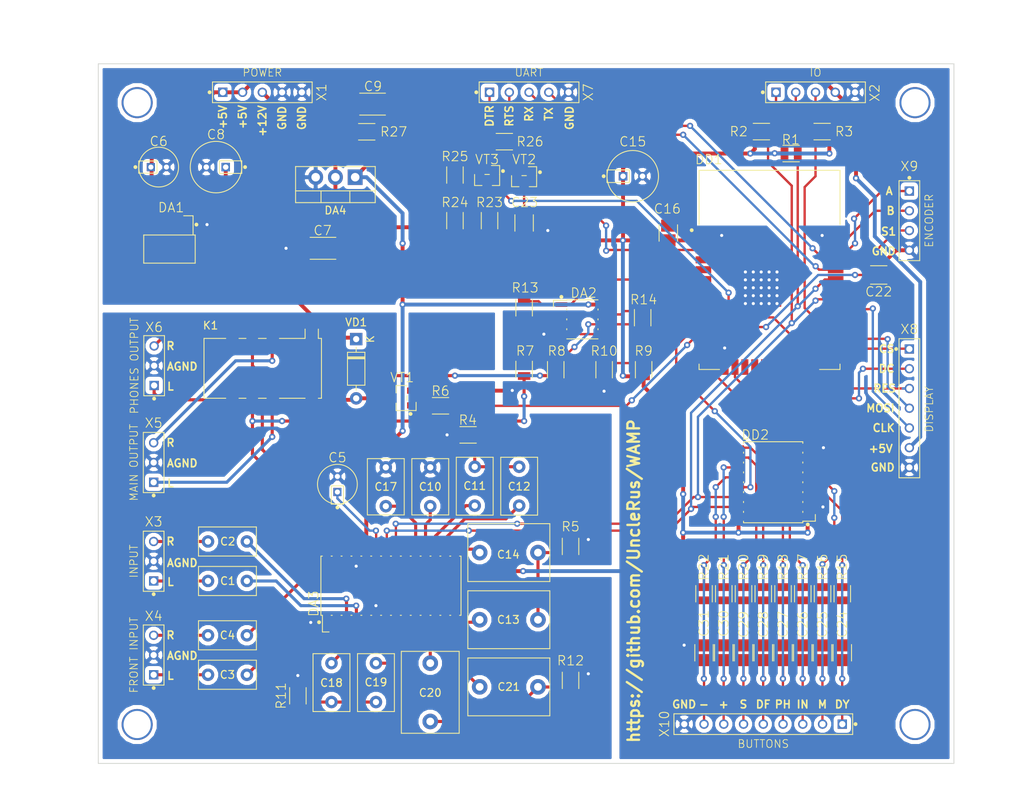
<source format=kicad_pcb>
(kicad_pcb (version 20171130) (host pcbnew 5.0.0+dfsg1-2)
  (title_block (date 22.09.2018) (rev 1.2) (comment 1 WAMP-MB-2) (comment 2 "Ruslan V. Uss"))
  (layers (0 F.Cu signal) (31 B.Cu signal) (34 B.Paste user) (35 F.Paste user) (36 B.SilkS user) (37 F.SilkS user) (38 B.Mask user) (39 F.Mask user) (44 Edge.Cuts user))
  (net 0 "")
  (net 1 /RE_BTN)
  (net 2 GND)
  (net 3 /RE_B)
  (net 4 /RE_A)
  (net 5 "Net-(C1-Pad2)")
  (net 6 "Net-(C1-Pad1)")
  (net 7 "Net-(C2-Pad1)")
  (net 8 "Net-(C2-Pad2)")
  (net 9 "Net-(C3-Pad1)")
  (net 10 "Net-(C3-Pad2)")
  (net 11 "Net-(C4-Pad2)")
  (net 12 "Net-(C4-Pad1)")
  (net 13 "Net-(C5-Pad1)")
  (net 14 AGND)
  (net 15 +5V)
  (net 16 +3V3)
  (net 17 +9V)
  (net 18 /TREB_L)
  (net 19 /MIN_L)
  (net 20 "Net-(C11-Pad1)")
  (net 21 /MOUT_L)
  (net 22 "Net-(C13-Pad1)")
  (net 23 /BIN_L)
  (net 24 /BOUT_L)
  (net 25 /TREB_R)
  (net 26 /MIN_R)
  (net 27 "Net-(C18-Pad1)")
  (net 28 /MOUT_R)
  (net 29 /BIN_R)
  (net 30 "Net-(C20-Pad1)")
  (net 31 /BOUT_R)
  (net 32 /EN)
  (net 33 /B_DISPLAY)
  (net 34 /B_MUTE)
  (net 35 /B_INPUT)
  (net 36 /B_PHONES)
  (net 37 /B_DEFEAT)
  (net 38 /B_SETTINGS)
  (net 39 /B_PLUS)
  (net 40 /B_MINUS)
  (net 41 /RES)
  (net 42 /CS0)
  (net 43 /DC)
  (net 44 /SCLK)
  (net 45 /MOSI)
  (net 46 "Net-(DA3-Pad8)")
  (net 47 "Net-(DA3-Pad9)")
  (net 48 /LOUT)
  (net 49 /ROUT)
  (net 50 /SDA)
  (net 51 /SCL)
  (net 52 /ADC6)
  (net 53 /ADC7)
  (net 54 "Net-(DD1-Pad4)")
  (net 55 "Net-(DD1-Pad5)")
  (net 56 "Net-(DD1-Pad8)")
  (net 57 "Net-(DD1-Pad9)")
  (net 58 /BINT)
  (net 59 /PH_SW)
  (net 60 "Net-(DD1-Pad14)")
  (net 61 "Net-(DD1-Pad17)")
  (net 62 "Net-(DD1-Pad18)")
  (net 63 "Net-(DD1-Pad19)")
  (net 64 "Net-(DD1-Pad20)")
  (net 65 "Net-(DD1-Pad21)")
  (net 66 "Net-(DD1-Pad22)")
  (net 67 "Net-(DD1-Pad23)")
  (net 68 "Net-(DD1-Pad24)")
  (net 69 /IO0)
  (net 70 "Net-(DD1-Pad29)")
  (net 71 /RXD)
  (net 72 /TXD)
  (net 73 "Net-(K1-Pad8)")
  (net 74 "Net-(K1-Pad3)")
  (net 75 "Net-(K1-Pad6)")
  (net 76 "Net-(K1-Pad5)")
  (net 77 "Net-(R25-Pad2)")
  (net 78 "Net-(R25-Pad1)")
  (net 79 "Net-(R26-Pad2)")
  (net 80 "Net-(R26-Pad1)")
  (net 81 "Net-(R6-Pad1)")
  (net 82 "Net-(K1-Pad10)")
  (net 83 /ONEWIRE)
  (net 84 "Net-(DA2-Pad2)")
  (net 85 "Net-(DA2-Pad3)")
  (net 86 "Net-(DA2-Pad6)")
  (net 87 "Net-(C7-Pad1)")
  (module WAMP:CAPPRD200W45D500H800N (layer F.Cu) (at 94.796 49.096 90)
    (fp_text reference C6 (at 3.312 0.004 180) (layer F.SilkS) (effects (font (size 1.2 1.2) (thickness 0.12))))
    (fp_text value 10uF)
    (pad 2 thru_hole circle (at 0 1 90) (size 1.05 1.05) (drill 0.65) (layers F&B.Cu *.Paste *.Mask) (net 2 GND))
    (pad 1 thru_hole rect (at 0 -1 90) (size 1.05 1.05) (drill 0.65) (layers F&B.Cu *.Paste *.Mask) (net 15 +5V))
  )
  (module WAMP:SOIC127P940X245-16N (layer F.Cu) (at 173.797942 89.639 180)
    (fp_text reference DD2 (at 2.301942 6.096 180) (layer F.SilkS) (effects (font (size 1.2 1.2) (thickness 0.12))))
    (fp_text value PCF8574T)
    (pad 9 smd rect (at 4.45 4.445 180) (size 1.425 0.6) (layers F.Cu F.Paste F.Mask) (net 37 /B_DEFEAT))
    (pad 10 smd rect (at 4.45 3.175 180) (size 1.425 0.6) (layers F.Cu F.Paste F.Mask) (net 38 /B_SETTINGS))
    (pad 11 smd rect (at 4.45 1.905 180) (size 1.425 0.6) (layers F.Cu F.Paste F.Mask) (net 39 /B_PLUS))
    (pad 12 smd rect (at 4.45 0.635 180) (size 1.425 0.6) (layers F.Cu F.Paste F.Mask) (net 40 /B_MINUS))
    (pad 13 smd rect (at 4.45 -0.635 180) (size 1.425 0.6) (layers F.Cu F.Paste F.Mask) (net 58 /BINT))
    (pad 14 smd rect (at 4.45 -1.905 180) (size 1.425 0.6) (layers F.Cu F.Paste F.Mask) (net 51 /SCL))
    (pad 15 smd rect (at 4.45 -3.175 180) (size 1.425 0.6) (layers F.Cu F.Paste F.Mask) (net 50 /SDA))
    (pad 16 smd rect (at 4.45 -4.445 180) (size 1.425 0.6) (layers F.Cu F.Paste F.Mask) (net 16 +3V3))
    (pad 8 smd rect (at -4.45 4.445 180) (size 1.425 0.6) (layers F.Cu F.Paste F.Mask) (net 2 GND))
    (pad 7 smd rect (at -4.45 3.175 180) (size 1.425 0.6) (layers F.Cu F.Paste F.Mask) (net 36 /B_PHONES))
    (pad 6 smd rect (at -4.45 1.905 180) (size 1.425 0.6) (layers F.Cu F.Paste F.Mask) (net 35 /B_INPUT))
    (pad 5 smd rect (at -4.45 0.635 180) (size 1.425 0.6) (layers F.Cu F.Paste F.Mask) (net 34 /B_MUTE))
    (pad 4 smd rect (at -4.45 -0.635 180) (size 1.425 0.6) (layers F.Cu F.Paste F.Mask) (net 33 /B_DISPLAY))
    (pad 3 smd rect (at -4.45 -1.905 180) (size 1.425 0.6) (layers F.Cu F.Paste F.Mask) (net 2 GND))
    (pad 2 smd rect (at -4.45 -3.175 180) (size 1.425 0.6) (layers F.Cu F.Paste F.Mask) (net 2 GND))
    (pad 1 smd rect (at -4.45 -4.445 180) (size 1.425 0.6) (layers F.Cu F.Paste F.Mask) (net 16 +3V3))
  )
  (module WAMP:CAPPRD200W45D500H800N (layer F.Cu) (at 117.775 89.893 180)
    (fp_text reference C5 (at 0 3.429) (layer F.SilkS) (effects (font (size 1.2 1.2) (thickness 0.12))))
    (fp_text value 10uF)
    (pad 2 thru_hole circle (at 0 1 180) (size 1.05 1.05) (drill 0.65) (layers F&B.Cu *.Paste *.Mask) (net 14 AGND))
    (pad 1 thru_hole rect (at 0 -1 180) (size 1.05 1.05) (drill 0.65) (layers F&B.Cu *.Paste *.Mask) (net 13 "Net-(C5-Pad1)"))
  )
  (module Capacitor_THT:C_Rect_L7.2mm_W3.5mm_P5.00mm_FKS2_FKP2_MKS2_MKP2 (layer F.Cu) (at 101.138 102.339)
    (fp_text reference C1 (at 2.54 0) (layer F.SilkS))
    (fp_text value 470n)
    (pad 2 thru_hole circle (at 5 0) (size 1.6 1.6) (drill 0.8) (layers *.Cu *.Mask) (net 5 "Net-(C1-Pad2)"))
    (pad 1 thru_hole circle (at 0 0) (size 1.6 1.6) (drill 0.8) (layers *.Cu *.Mask) (net 6 "Net-(C1-Pad1)"))
  )
  (module Capacitor_THT:C_Rect_L7.2mm_W3.5mm_P5.00mm_FKS2_FKP2_MKS2_MKP2 (layer F.Cu) (at 101.138 97.259)
    (fp_text reference C2 (at 2.54 0) (layer F.SilkS))
    (fp_text value 470n)
    (pad 1 thru_hole circle (at 0 0) (size 1.6 1.6) (drill 0.8) (layers *.Cu *.Mask) (net 7 "Net-(C2-Pad1)"))
    (pad 2 thru_hole circle (at 5 0) (size 1.6 1.6) (drill 0.8) (layers *.Cu *.Mask) (net 8 "Net-(C2-Pad2)"))
  )
  (module Capacitor_THT:C_Rect_L7.2mm_W3.5mm_P5.00mm_FKS2_FKP2_MKS2_MKP2 (layer F.Cu) (at 101.138 114.404)
    (fp_text reference C3 (at 2.5 0) (layer F.SilkS))
    (fp_text value 470n)
    (pad 2 thru_hole circle (at 5 0) (size 1.6 1.6) (drill 0.8) (layers *.Cu *.Mask) (net 10 "Net-(C3-Pad2)"))
    (pad 1 thru_hole circle (at 0 0) (size 1.6 1.6) (drill 0.8) (layers *.Cu *.Mask) (net 9 "Net-(C3-Pad1)"))
  )
  (module Capacitor_THT:C_Rect_L7.2mm_W3.5mm_P5.00mm_FKS2_FKP2_MKS2_MKP2 (layer F.Cu) (at 101.138 109.324)
    (fp_text reference C4 (at 2.5 0) (layer F.SilkS))
    (fp_text value 470n)
    (pad 1 thru_hole circle (at 0 0) (size 1.6 1.6) (drill 0.8) (layers *.Cu *.Mask) (net 12 "Net-(C4-Pad1)"))
    (pad 2 thru_hole circle (at 5 0) (size 1.6 1.6) (drill 0.8) (layers *.Cu *.Mask) (net 11 "Net-(C4-Pad2)"))
  )
  (module WAMP:SOIC127P1030X265-28N (layer F.Cu) (at 124.660794 102.945816 90)
    (fp_text reference DA3 (at -2.314184 -9.933794 90) (layer F.SilkS) (effects (font (size 1.2 1.2) (thickness 0.12))))
    (fp_text value TDA7439DS)
    (pad 15 smd rect (at 4.7 8.255 90) (size 1.975 0.6) (layers F.Cu F.Paste F.Mask) (net 24 /BOUT_L))
    (pad 16 smd rect (at 4.7 6.985 90) (size 1.975 0.6) (layers F.Cu F.Paste F.Mask) (net 21 /MOUT_L))
    (pad 17 smd rect (at 4.7 5.715 90) (size 1.975 0.6) (layers F.Cu F.Paste F.Mask) (net 19 /MIN_L))
    (pad 18 smd rect (at 4.7 4.445 90) (size 1.975 0.6) (layers F.Cu F.Paste F.Mask) (net 18 /TREB_L))
    (pad 19 smd rect (at 4.7 3.175 90) (size 1.975 0.6) (layers F.Cu F.Paste F.Mask) (net 25 /TREB_R))
    (pad 20 smd rect (at 4.7 1.905 90) (size 1.975 0.6) (layers F.Cu F.Paste F.Mask) (net 2 GND))
    (pad 21 smd rect (at 4.7 0.635 90) (size 1.975 0.6) (layers F.Cu F.Paste F.Mask) (net 51 /SCL))
    (pad 22 smd rect (at 4.7 -0.635 90) (size 1.975 0.6) (layers F.Cu F.Paste F.Mask) (net 50 /SDA))
    (pad 23 smd rect (at 4.7 -1.905 90) (size 1.975 0.6) (layers F.Cu F.Paste F.Mask) (net 13 "Net-(C5-Pad1)"))
    (pad 24 smd rect (at 4.7 -3.175 90) (size 1.975 0.6) (layers F.Cu F.Paste F.Mask) (net 17 +9V))
    (pad 25 smd rect (at 4.7 -4.445 90) (size 1.975 0.6) (layers F.Cu F.Paste F.Mask) (net 14 AGND))
    (pad 26 smd rect (at 4.7 -5.715 90) (size 1.975 0.6) (layers F.Cu F.Paste F.Mask) (net 49 /ROUT))
    (pad 27 smd rect (at 4.7 -6.985 90) (size 1.975 0.6) (layers F.Cu F.Paste F.Mask) (net 48 /LOUT))
    (pad 28 smd rect (at 4.7 -8.255 90) (size 1.975 0.6) (layers F.Cu F.Paste F.Mask) (net 11 "Net-(C4-Pad2)"))
    (pad 14 smd rect (at -4.7 8.255 90) (size 1.975 0.6) (layers F.Cu F.Paste F.Mask) (net 23 /BIN_L))
    (pad 13 smd rect (at -4.7 6.985 90) (size 1.975 0.6) (layers F.Cu F.Paste F.Mask) (net 31 /BOUT_R))
    (pad 12 smd rect (at -4.7 5.715 90) (size 1.975 0.6) (layers F.Cu F.Paste F.Mask) (net 29 /BIN_R))
    (pad 11 smd rect (at -4.7 4.445 90) (size 1.975 0.6) (layers F.Cu F.Paste F.Mask) (net 28 /MOUT_R))
    (pad 10 smd rect (at -4.7 3.175 90) (size 1.975 0.6) (layers F.Cu F.Paste F.Mask) (net 26 /MIN_R))
    (pad 9 smd rect (at -4.7 1.905 90) (size 1.975 0.6) (layers F.Cu F.Paste F.Mask) (net 47 "Net-(DA3-Pad9)"))
    (pad 8 smd rect (at -4.7 0.635 90) (size 1.975 0.6) (layers F.Cu F.Paste F.Mask) (net 46 "Net-(DA3-Pad8)"))
    (pad 7 smd rect (at -4.7 -0.635 90) (size 1.975 0.6) (layers F.Cu F.Paste F.Mask) (net 10 "Net-(C3-Pad2)"))
    (pad 6 smd rect (at -4.7 -1.905 90) (size 1.975 0.6) (layers F.Cu F.Paste F.Mask) (net 14 AGND))
    (pad 5 smd rect (at -4.7 -3.175 90) (size 1.975 0.6) (layers F.Cu F.Paste F.Mask) (net 14 AGND))
    (pad 4 smd rect (at -4.7 -4.445 90) (size 1.975 0.6) (layers F.Cu F.Paste F.Mask) (net 5 "Net-(C1-Pad2)"))
    (pad 3 smd rect (at -4.7 -5.715 90) (size 1.975 0.6) (layers F.Cu F.Paste F.Mask) (net 8 "Net-(C2-Pad2)"))
    (pad 2 smd rect (at -4.7 -6.985 90) (size 1.975 0.6) (layers F.Cu F.Paste F.Mask) (net 14 AGND))
    (pad 1 smd rect (at -4.7 -8.255 90) (size 1.975 0.6) (layers F.Cu F.Paste F.Mask) (net 14 AGND))
  )
  (module WAMP:RESC2013X65N (layer F.Cu) (at 134.578 83.543 90)
    (fp_text reference R4 (at 1.905 -0.039) (layer F.SilkS) (effects (font (size 1.2 1.2) (thickness 0.12))))
    (fp_text value 2k7)
    (pad 2 smd rect (at 0 0.85 90) (size 1.6 1) (layers F.Cu F.Paste F.Mask) (net 20 "Net-(C11-Pad1)"))
    (pad 1 smd rect (at 0 -0.85 90) (size 1.6 1) (layers F.Cu F.Paste F.Mask) (net 14 AGND))
  )
  (module WAMP:RESC2013X65N (layer F.Cu) (at 131.033 79.804 90)
    (fp_text reference R6 (at 1.905 0 -180) (layer F.SilkS) (effects (font (size 1.2 1.2) (thickness 0.12))))
    (fp_text value 10k)
    (pad 2 smd rect (at 0 0.85 90) (size 1.6 1) (layers F.Cu F.Paste F.Mask) (net 59 /PH_SW))
    (pad 1 smd rect (at 0 -0.85 90) (size 1.6 1) (layers F.Cu F.Paste F.Mask) (net 81 "Net-(R6-Pad1)"))
  )
  (module Capacitor_THT:C_Rect_L10.3mm_W7.2mm_P7.50mm_MKS4 (layer F.Cu) (at 143.563 115.96 180)
    (fp_text reference C21 (at 3.75 0 180) (layer F.SilkS))
    (fp_text value 100n)
    (pad 2 thru_hole circle (at 7.5 0 180) (size 2 2) (drill 1) (layers *.Cu *.Mask) (net 31 /BOUT_R))
    (pad 1 thru_hole circle (at 0 0 180) (size 2 2) (drill 1) (layers *.Cu *.Mask) (net 30 "Net-(C20-Pad1)"))
  )
  (module WAMP:RESC2013X65N (layer F.Cu) (at 112.695 117.11 180)
    (fp_text reference R11 (at 2.159 0 270) (layer F.SilkS) (effects (font (size 1.2 1.2) (thickness 0.12))))
    (fp_text value 2k7)
    (pad 2 smd rect (at 0 0.85 180) (size 1.6 1) (layers F.Cu F.Paste F.Mask) (net 14 AGND))
    (pad 1 smd rect (at 0 -0.85 180) (size 1.6 1) (layers F.Cu F.Paste F.Mask) (net 27 "Net-(C18-Pad1)"))
  )
  (module WAMP:RESC2013X65N (layer F.Cu) (at 147.747 97.894)
    (fp_text reference R5 (at 0 -2.54 180) (layer F.SilkS) (effects (font (size 1.2 1.2) (thickness 0.12))))
    (fp_text value 5k6)
    (pad 2 smd rect (at 0 0.85) (size 1.6 1) (layers F.Cu F.Paste F.Mask) (net 22 "Net-(C13-Pad1)"))
    (pad 1 smd rect (at 0 -0.85) (size 1.6 1) (layers F.Cu F.Paste F.Mask) (net 14 AGND))
  )
  (module WAMP:RESC2013X65N (layer F.Cu) (at 147.747 115.127 180)
    (fp_text reference R12 (at 0 2.54) (layer F.SilkS) (effects (font (size 1.2 1.2) (thickness 0.12))))
    (fp_text value 5k6)
    (pad 2 smd rect (at 0 0.85 180) (size 1.6 1) (layers F.Cu F.Paste F.Mask) (net 14 AGND))
    (pad 1 smd rect (at 0 -0.85 180) (size 1.6 1) (layers F.Cu F.Paste F.Mask) (net 30 "Net-(C20-Pad1)"))
  )
  (module Capacitor_THT:C_Rect_L10.3mm_W7.2mm_P7.50mm_MKS4 (layer F.Cu) (at 129.713 120.412 90)
    (fp_text reference C20 (at 3.69 0 180) (layer F.SilkS))
    (fp_text value 100n)
    (pad 2 thru_hole circle (at 7.5 0 90) (size 2 2) (drill 1) (layers *.Cu *.Mask) (net 29 /BIN_R))
    (pad 1 thru_hole circle (at 0 0 90) (size 2 2) (drill 1) (layers *.Cu *.Mask) (net 30 "Net-(C20-Pad1)"))
  )
  (module Capacitor_THT:C_Rect_L10.3mm_W7.2mm_P7.50mm_MKS4 (layer F.Cu) (at 143.563 107.324 180)
    (fp_text reference C13 (at 3.81 0 180) (layer F.SilkS))
    (fp_text value 100n)
    (pad 2 thru_hole circle (at 7.5 0 180) (size 2 2) (drill 1) (layers *.Cu *.Mask) (net 23 /BIN_L))
    (pad 1 thru_hole circle (at 0 0 180) (size 2 2) (drill 1) (layers *.Cu *.Mask) (net 22 "Net-(C13-Pad1)"))
  )
  (module Capacitor_THT:C_Rect_L7.2mm_W4.5mm_P5.00mm_FKS2_FKP2_MKS2_MKP2 (layer F.Cu) (at 141.143 87.645816 270)
    (fp_text reference C12 (at 2.54 0) (layer F.SilkS))
    (fp_text value 22n)
    (pad 2 thru_hole circle (at 5 0 270) (size 1.6 1.6) (drill 0.8) (layers *.Cu *.Mask) (net 21 /MOUT_L))
    (pad 1 thru_hole circle (at 0 0 270) (size 1.6 1.6) (drill 0.8) (layers *.Cu *.Mask) (net 20 "Net-(C11-Pad1)"))
  )
  (module Capacitor_THT:C_Rect_L7.2mm_W4.5mm_P5.00mm_FKS2_FKP2_MKS2_MKP2 (layer F.Cu) (at 135.430794 87.645816 270)
    (fp_text reference C11 (at 2.46 0) (layer F.SilkS))
    (fp_text value 18n)
    (pad 2 thru_hole circle (at 5 0 270) (size 1.6 1.6) (drill 0.8) (layers *.Cu *.Mask) (net 19 /MIN_L))
    (pad 1 thru_hole circle (at 0 0 270) (size 1.6 1.6) (drill 0.8) (layers *.Cu *.Mask) (net 20 "Net-(C11-Pad1)"))
  )
  (module Capacitor_THT:C_Rect_L10.3mm_W7.2mm_P7.50mm_MKS4 (layer F.Cu) (at 143.563 98.688 180)
    (fp_text reference C14 (at 3.81 -0.255 180) (layer F.SilkS))
    (fp_text value 100n)
    (pad 2 thru_hole circle (at 7.5 0 180) (size 2 2) (drill 1) (layers *.Cu *.Mask) (net 24 /BOUT_L))
    (pad 1 thru_hole circle (at 0 0 180) (size 2 2) (drill 1) (layers *.Cu *.Mask) (net 22 "Net-(C13-Pad1)"))
  )
  (module Capacitor_THT:C_Rect_L7.2mm_W4.5mm_P5.00mm_FKS2_FKP2_MKS2_MKP2 (layer F.Cu) (at 122.730794 117.912 90)
    (fp_text reference C19 (at 2.54 0 180) (layer F.SilkS))
    (fp_text value 22n)
    (pad 2 thru_hole circle (at 5 0 90) (size 1.6 1.6) (drill 0.8) (layers *.Cu *.Mask) (net 28 /MOUT_R))
    (pad 1 thru_hole circle (at 0 0 90) (size 1.6 1.6) (drill 0.8) (layers *.Cu *.Mask) (net 27 "Net-(C18-Pad1)"))
  )
  (module Capacitor_THT:C_Rect_L7.2mm_W4.5mm_P5.00mm_FKS2_FKP2_MKS2_MKP2 (layer F.Cu) (at 117.013 117.912 90)
    (fp_text reference C18 (at 2.466816 0 180) (layer F.SilkS))
    (fp_text value 18n)
    (pad 2 thru_hole circle (at 5 0 90) (size 1.6 1.6) (drill 0.8) (layers *.Cu *.Mask) (net 26 /MIN_R))
    (pad 1 thru_hole circle (at 0 0 90) (size 1.6 1.6) (drill 0.8) (layers *.Cu *.Mask) (net 27 "Net-(C18-Pad1)"))
  )
  (module Capacitor_THT:C_Rect_L7.0mm_W4.5mm_P5.00mm (layer F.Cu) (at 129.713 87.719 270)
    (fp_text reference C10 (at 2.5 0) (layer F.SilkS))
    (fp_text value 5n6)
    (pad 2 thru_hole circle (at 5 0 270) (size 1.6 1.6) (drill 0.8) (layers *.Cu *.Mask) (net 18 /TREB_L))
    (pad 1 thru_hole circle (at 0 0 270) (size 1.6 1.6) (drill 0.8) (layers *.Cu *.Mask) (net 14 AGND))
  )
  (module Capacitor_THT:C_Rect_L7.0mm_W4.5mm_P5.00mm (layer F.Cu) (at 123.998 87.719 270)
    (fp_text reference C17 (at 2.5 0) (layer F.SilkS))
    (fp_text value 5n6)
    (pad 2 thru_hole circle (at 5 0 270) (size 1.6 1.6) (drill 0.8) (layers *.Cu *.Mask) (net 25 /TREB_R))
    (pad 1 thru_hole circle (at 0 0 270) (size 1.6 1.6) (drill 0.8) (layers *.Cu *.Mask) (net 14 AGND))
  )
  (module Package_TO_SOT_THT:TO-220-3_Vertical (layer F.Cu) (at 120.061 50.396 180)
    (fp_text reference DA4 (at 2.54 -4.27 180) (layer F.SilkS))
    (fp_text value L7809)
    (pad 3 thru_hole oval (at 5.08 0 180) (size 1.905 2) (drill 1.1) (layers *.Cu *.Mask) (net 2 GND))
    (pad 2 thru_hole oval (at 2.54 0 180) (size 1.905 2) (drill 1.1) (layers *.Cu *.Mask) (net 87 "Net-(C7-Pad1)"))
    (pad 1 thru_hole rect (at 0 0 180) (size 1.905 2) (drill 1.1) (layers *.Cu *.Mask) (net 17 +9V))
  )
  (module WAMP:CAPC3216X180N (layer F.Cu) (at 115.921 59.54 270)
    (fp_text reference C7 (at -2.286 0.051) (layer F.SilkS) (effects (font (size 1.2 1.2) (thickness 0.12))))
    (fp_text value 330n)
    (pad 2 smd rect (at 0 1.6 270) (size 2.3 1.8) (layers F.Cu F.Paste F.Mask) (net 2 GND))
    (pad 1 smd rect (at 0 -1.6 270) (size 2.3 1.8) (layers F.Cu F.Paste F.Mask) (net 87 "Net-(C7-Pad1)"))
  )
  (module WAMP:CAPC3216X180N (layer F.Cu) (at 122.296 40.998 270)
    (fp_text reference C9 (at -2.286 -0.051) (layer F.SilkS) (effects (font (size 1.2 1.2) (thickness 0.12))))
    (fp_text value 100n)
    (pad 2 smd rect (at 0 1.6 270) (size 2.3 1.8) (layers F.Cu F.Paste F.Mask) (net 2 GND))
    (pad 1 smd rect (at 0 -1.6 270) (size 2.3 1.8) (layers F.Cu F.Paste F.Mask) (net 17 +9V))
  )
  (module WAMP:RESC2013X65N (layer F.Cu) (at 121.546 44.554 270)
    (fp_text reference R27 (at 0 -3.468) (layer F.SilkS) (effects (font (size 1.2 1.2) (thickness 0.12))))
    (fp_text value 3k3)
    (pad 2 smd rect (at 0 0.85 270) (size 1.6 1) (layers F.Cu F.Paste F.Mask) (net 2 GND))
    (pad 1 smd rect (at 0 -0.85 270) (size 1.6 1) (layers F.Cu F.Paste F.Mask) (net 17 +9V))
  )
  (module WAMP:SOIC127P600X175-8N (layer F.Cu) (at 149.271 68.684)
    (fp_text reference DA2 (at 0.153999 -3.399001) (layer F.SilkS) (effects (font (size 1.2 1.2) (thickness 0.12))))
    (fp_text value LM358DT)
    (pad 5 smd rect (at 2.7 1.905) (size 1.525 0.6) (layers F.Cu F.Paste F.Mask) (net 85 "Net-(DA2-Pad3)"))
    (pad 6 smd rect (at 2.7 0.635) (size 1.525 0.6) (layers F.Cu F.Paste F.Mask) (net 86 "Net-(DA2-Pad6)"))
    (pad 7 smd rect (at 2.7 -0.635) (size 1.525 0.6) (layers F.Cu F.Paste F.Mask) (net 53 /ADC7))
    (pad 8 smd rect (at 2.7 -1.905) (size 1.525 0.6) (layers F.Cu F.Paste F.Mask) (net 17 +9V))
    (pad 4 smd rect (at -2.7 1.905) (size 1.525 0.6) (layers F.Cu F.Paste F.Mask) (net 2 GND))
    (pad 3 smd rect (at -2.7 0.635) (size 1.525 0.6) (layers F.Cu F.Paste F.Mask) (net 85 "Net-(DA2-Pad3)"))
    (pad 2 smd rect (at -2.7 -0.635) (size 1.525 0.6) (layers F.Cu F.Paste F.Mask) (net 84 "Net-(DA2-Pad2)"))
    (pad 1 smd rect (at -2.7 -1.905) (size 1.525 0.6) (layers F.Cu F.Paste F.Mask) (net 52 /ADC6))
  )
  (module WAMP:CON_CONN_BL_05X01 (layer F.Cu) (at 108.123 39.474 90)
    (fp_text reference X1 (at 0 7.62 90) (layer F.SilkS) (effects (font (size 1.2 1.2) (thickness 0.12))))
    (fp_text value POWER (at 2.54 0 180) (layer F.SilkS) (effects (font (thickness 0.1))))
    (pad 5 thru_hole circle (at 0 5.08 90) (size 1.2 1.2) (drill 0.8) (layers F&B.Cu *.Paste *.Mask) (net 2 GND))
    (pad 4 thru_hole circle (at 0 2.54 90) (size 1.2 1.2) (drill 0.8) (layers F&B.Cu *.Paste *.Mask) (net 2 GND))
    (pad 3 thru_hole circle (at 0 0 90) (size 1.2 1.2) (drill 0.8) (layers F&B.Cu *.Paste *.Mask) (net 87 "Net-(C7-Pad1)"))
    (pad 2 thru_hole circle (at 0 -2.54 90) (size 1.2 1.2) (drill 0.8) (layers F&B.Cu *.Paste *.Mask) (net 15 +5V))
    (pad 1 thru_hole rect (at 0 -5.08 90) (size 1.2 1.2) (drill 0.8) (layers F&B.Cu *.Paste *.Mask) (net 15 +5V))
  )
  (module WAMP:RESC2013X65N (layer F.Cu) (at 139.238 45.824 90)
    (fp_text reference R26 (at 0 3.302 -180) (layer F.SilkS) (effects (font (size 1.2 1.2) (thickness 0.12))))
    (fp_text value 10k)
    (pad 2 smd rect (at 0 0.85 90) (size 1.6 1) (layers F.Cu F.Paste F.Mask) (net 79 "Net-(R26-Pad2)"))
    (pad 1 smd rect (at 0 -0.85 90) (size 1.6 1) (layers F.Cu F.Paste F.Mask) (net 80 "Net-(R26-Pad1)"))
  )
  (module WAMP:RESC2013X65N (layer F.Cu) (at 176.107 47.348 90)
    (fp_text reference R1 (at 1.778 -0.039) (layer F.SilkS) (effects (font (size 1.2 1.2) (thickness 0.12))))
    (fp_text value 4k7)
    (pad 2 smd rect (at 0 0.85 90) (size 1.6 1) (layers F.Cu F.Paste F.Mask) (net 50 /SDA))
    (pad 1 smd rect (at 0 -0.85 90) (size 1.6 1) (layers F.Cu F.Paste F.Mask) (net 16 +3V3))
  )
  (module WAMP:RESC2013X65N (layer F.Cu) (at 172.289 44.524 90)
    (fp_text reference R2 (at 0 -2.921) (layer F.SilkS) (effects (font (size 1.2 1.2) (thickness 0.12))))
    (fp_text value 4k7)
    (pad 2 smd rect (at 0 0.85 90) (size 1.6 1) (layers F.Cu F.Paste F.Mask) (net 51 /SCL))
    (pad 1 smd rect (at 0 -0.85 90) (size 1.6 1) (layers F.Cu F.Paste F.Mask) (net 16 +3V3))
  )
  (module WAMP:RESC2013X65N (layer F.Cu) (at 180.093 44.524 270)
    (fp_text reference R3 (at 0 -2.833) (layer F.SilkS) (effects (font (size 1.2 1.2) (thickness 0.12))))
    (fp_text value 10k)
    (pad 2 smd rect (at 0 0.85 270) (size 1.6 1) (layers F.Cu F.Paste F.Mask) (net 83 /ONEWIRE))
    (pad 1 smd rect (at 0 -0.85 270) (size 1.6 1) (layers F.Cu F.Paste F.Mask) (net 16 +3V3))
  )
  (module WAMP:RESC2013X65N (layer F.Cu) (at 141.778 75.122 180)
    (fp_text reference R7 (at -0.127 2.374) (layer F.SilkS) (effects (font (size 1.2 1.2) (thickness 0.12))))
    (fp_text value 150k)
    (pad 2 smd rect (at 0 0.85 180) (size 1.6 1) (layers F.Cu F.Paste F.Mask) (net 84 "Net-(DA2-Pad2)"))
    (pad 1 smd rect (at 0 -0.85 180) (size 1.6 1) (layers F.Cu F.Paste F.Mask) (net 48 /LOUT))
  )
  (module WAMP:RESC2013X65N (layer F.Cu) (at 145.842 75.161 180)
    (fp_text reference R8 (at -0.127 2.413) (layer F.SilkS) (effects (font (size 1.2 1.2) (thickness 0.12))))
    (fp_text value 150k)
    (pad 2 smd rect (at 0 0.85 180) (size 1.6 1) (layers F.Cu F.Paste F.Mask) (net 86 "Net-(DA2-Pad6)"))
    (pad 1 smd rect (at 0 -0.85 180) (size 1.6 1) (layers F.Cu F.Paste F.Mask) (net 49 /ROUT))
  )
  (module WAMP:RESC2013X65N (layer F.Cu) (at 157.145 75.161 180)
    (fp_text reference R9 (at 0 2.413 180) (layer F.SilkS) (effects (font (size 1.2 1.2) (thickness 0.12))))
    (fp_text value 100k)
    (pad 2 smd rect (at 0 0.85 180) (size 1.6 1) (layers F.Cu F.Paste F.Mask) (net 85 "Net-(DA2-Pad3)"))
    (pad 1 smd rect (at 0 -0.85 180) (size 1.6 1) (layers F.Cu F.Paste F.Mask) (net 16 +3V3))
  )
  (module WAMP:RESC2013X65N (layer F.Cu) (at 152.065 75.161)
    (fp_text reference R10 (at 0 -2.413 180) (layer F.SilkS) (effects (font (size 1.2 1.2) (thickness 0.12))))
    (fp_text value 15k)
    (pad 2 smd rect (at 0 0.85) (size 1.6 1) (layers F.Cu F.Paste F.Mask) (net 2 GND))
    (pad 1 smd rect (at 0 -0.85) (size 1.6 1) (layers F.Cu F.Paste F.Mask) (net 85 "Net-(DA2-Pad3)"))
  )
  (module WAMP:RESC2013X65N (layer F.Cu) (at 141.778 67.199 180)
    (fp_text reference R13 (at -0.127 2.579) (layer F.SilkS) (effects (font (size 1.2 1.2) (thickness 0.12))))
    (fp_text value 33k)
    (pad 2 smd rect (at 0 0.85 180) (size 1.6 1) (layers F.Cu F.Paste F.Mask) (net 52 /ADC6))
    (pad 1 smd rect (at 0 -0.85 180) (size 1.6 1) (layers F.Cu F.Paste F.Mask) (net 84 "Net-(DA2-Pad2)"))
  )
  (module WAMP:RESC2013X65N (layer F.Cu) (at 157.018 68.469)
    (fp_text reference R14 (at 0.127 -2.325 180) (layer F.SilkS) (effects (font (size 1.2 1.2) (thickness 0.12))))
    (fp_text value 33k)
    (pad 2 smd rect (at 0 0.85) (size 1.6 1) (layers F.Cu F.Paste F.Mask) (net 86 "Net-(DA2-Pad6)"))
    (pad 1 smd rect (at 0 -0.85) (size 1.6 1) (layers F.Cu F.Paste F.Mask) (net 53 /ADC7))
  )
  (module WAMP:RESC2013X65N (layer F.Cu) (at 182.687942 103.97935 180)
    (fp_text reference R15 (at 0.015942 3.41835 270) (layer F.SilkS) (effects (font (size 1.2 1.2) (thickness 0.12))))
    (fp_text value 10k)
    (pad 2 smd rect (at 0 0.85 180) (size 1.6 1) (layers F.Cu F.Paste F.Mask) (net 33 /B_DISPLAY))
    (pad 1 smd rect (at 0 -0.85 180) (size 1.6 1) (layers F.Cu F.Paste F.Mask) (net 16 +3V3))
  )
  (module WAMP:RESC2013X65N (layer F.Cu) (at 180.147942 103.97935 180)
    (fp_text reference R16 (at 0 3.41835 270) (layer F.SilkS) (effects (font (size 1.2 1.2) (thickness 0.12))))
    (fp_text value 10k)
    (pad 2 smd rect (at 0 0.85 180) (size 1.6 1) (layers F.Cu F.Paste F.Mask) (net 34 /B_MUTE))
    (pad 1 smd rect (at 0 -0.85 180) (size 1.6 1) (layers F.Cu F.Paste F.Mask) (net 16 +3V3))
  )
  (module WAMP:RESC2013X65N (layer F.Cu) (at 177.607942 103.97935 180)
    (fp_text reference R17 (at 0 3.41835 270) (layer F.SilkS) (effects (font (size 1.2 1.2) (thickness 0.12))))
    (fp_text value 10k)
    (pad 2 smd rect (at 0 0.85 180) (size 1.6 1) (layers F.Cu F.Paste F.Mask) (net 35 /B_INPUT))
    (pad 1 smd rect (at 0 -0.85 180) (size 1.6 1) (layers F.Cu F.Paste F.Mask) (net 16 +3V3))
  )
  (module WAMP:RESC2013X65N (layer F.Cu) (at 175.067942 103.97935 180)
    (fp_text reference R18 (at 0 3.41835 270) (layer F.SilkS) (effects (font (size 1.2 1.2) (thickness 0.12))))
    (fp_text value 10k)
    (pad 2 smd rect (at 0 0.85 180) (size 1.6 1) (layers F.Cu F.Paste F.Mask) (net 36 /B_PHONES))
    (pad 1 smd rect (at 0 -0.85 180) (size 1.6 1) (layers F.Cu F.Paste F.Mask) (net 16 +3V3))
  )
  (module WAMP:RESC2013X65N (layer F.Cu) (at 172.527942 103.97935 180)
    (fp_text reference R19 (at 0.015942 3.41835 270) (layer F.SilkS) (effects (font (size 1.2 1.2) (thickness 0.12))))
    (fp_text value 10k)
    (pad 2 smd rect (at 0 0.85 180) (size 1.6 1) (layers F.Cu F.Paste F.Mask) (net 37 /B_DEFEAT))
    (pad 1 smd rect (at 0 -0.85 180) (size 1.6 1) (layers F.Cu F.Paste F.Mask) (net 16 +3V3))
  )
  (module WAMP:RESC2013X65N (layer F.Cu) (at 169.987942 103.97935 180)
    (fp_text reference R20 (at 0 3.41835 270) (layer F.SilkS) (effects (font (size 1.2 1.2) (thickness 0.12))))
    (fp_text value 10k)
    (pad 2 smd rect (at 0 0.85 180) (size 1.6 1) (layers F.Cu F.Paste F.Mask) (net 38 /B_SETTINGS))
    (pad 1 smd rect (at 0 -0.85 180) (size 1.6 1) (layers F.Cu F.Paste F.Mask) (net 16 +3V3))
  )
  (module WAMP:RESC2013X65N (layer F.Cu) (at 167.447942 103.97935 180)
    (fp_text reference R21 (at 0 3.41835 270) (layer F.SilkS) (effects (font (size 1.2 1.2) (thickness 0.12))))
    (fp_text value 10k)
    (pad 2 smd rect (at 0 0.85 180) (size 1.6 1) (layers F.Cu F.Paste F.Mask) (net 39 /B_PLUS))
    (pad 1 smd rect (at 0 -0.85 180) (size 1.6 1) (layers F.Cu F.Paste F.Mask) (net 16 +3V3))
  )
  (module WAMP:RESC2013X65N (layer F.Cu) (at 164.907942 103.97935 180)
    (fp_text reference R22 (at 0.015942 3.41835 270) (layer F.SilkS) (effects (font (size 1.2 1.2) (thickness 0.12))))
    (fp_text value 10k)
    (pad 2 smd rect (at 0 0.85 180) (size 1.6 1) (layers F.Cu F.Paste F.Mask) (net 40 /B_MINUS))
    (pad 1 smd rect (at 0 -0.85 180) (size 1.6 1) (layers F.Cu F.Paste F.Mask) (net 16 +3V3))
  )
  (module WAMP:RESC2013X65N (layer F.Cu) (at 137.333 55.984 180)
    (fp_text reference R23 (at 0 2.3495) (layer F.SilkS) (effects (font (size 1.2 1.2) (thickness 0.12))))
    (fp_text value 10k)
    (pad 2 smd rect (at 0 0.85 180) (size 1.6 1) (layers F.Cu F.Paste F.Mask) (net 32 /EN))
    (pad 1 smd rect (at 0 -0.85 180) (size 1.6 1) (layers F.Cu F.Paste F.Mask) (net 16 +3V3))
  )
  (module WAMP:RESC2013X65N (layer F.Cu) (at 132.888 55.984 180)
    (fp_text reference R24 (at 0 2.3495 180) (layer F.SilkS) (effects (font (size 1.2 1.2) (thickness 0.12))))
    (fp_text value 4k7)
    (pad 2 smd rect (at 0 0.85 180) (size 1.6 1) (layers F.Cu F.Paste F.Mask) (net 69 /IO0))
    (pad 1 smd rect (at 0 -0.85 180) (size 1.6 1) (layers F.Cu F.Paste F.Mask) (net 16 +3V3))
  )
  (module WAMP:RESC2013X65N (layer F.Cu) (at 132.888 50.119 180)
    (fp_text reference R25 (at 0 2.39) (layer F.SilkS) (effects (font (size 1.2 1.2) (thickness 0.12))))
    (fp_text value 10k)
    (pad 2 smd rect (at 0 0.85 180) (size 1.6 1) (layers F.Cu F.Paste F.Mask) (net 77 "Net-(R25-Pad2)"))
    (pad 1 smd rect (at 0 -0.85 180) (size 1.6 1) (layers F.Cu F.Paste F.Mask) (net 78 "Net-(R25-Pad1)"))
  )
  (module WAMP:CAPPRD250W50D650H1300N (layer F.Cu) (at 155.748 50.269 90)
    (fp_text reference C15 (at 4.445 0 180) (layer F.SilkS) (effects (font (size 1.2 1.2) (thickness 0.12))))
    (fp_text value 22uF)
    (pad 2 thru_hole circle (at 0 1.25 90) (size 1.1 1.1) (drill 0.7) (layers F&B.Cu *.Paste *.Mask) (net 2 GND))
    (pad 1 thru_hole rect (at 0 -1.25 90) (size 1.1 1.1) (drill 0.7) (layers F&B.Cu *.Paste *.Mask) (net 16 +3V3))
  )
  (module WAMP:CON_CONN_BL_04X01 (layer F.Cu) (at 191.308 55.984)
    (fp_text reference X9 (at 0 -6.985) (layer F.SilkS) (effects (font (size 1.2 1.2) (thickness 0.12))))
    (fp_text value ENCODER (at 2.54 0 90) (layer F.SilkS) (effects (font (thickness 0.1))))
    (pad 4 thru_hole circle (at 0 3.81) (size 1.2 1.2) (drill 0.8) (layers F&B.Cu *.Paste *.Mask) (net 2 GND))
    (pad 3 thru_hole circle (at 0 1.27) (size 1.2 1.2) (drill 0.8) (layers F&B.Cu *.Paste *.Mask) (net 1 /RE_BTN))
    (pad 2 thru_hole circle (at 0 -1.27) (size 1.2 1.2) (drill 0.8) (layers F&B.Cu *.Paste *.Mask) (net 3 /RE_B))
    (pad 1 thru_hole rect (at 0 -3.81) (size 1.2 1.2) (drill 0.8) (layers F&B.Cu *.Paste *.Mask) (net 4 /RE_A))
  )
  (module WAMP:CON_CONN_BL_07X01 (layer F.Cu) (at 191.308 80.114)
    (fp_text reference X8 (at 0 -10.16) (layer F.SilkS) (effects (font (size 1.2 1.2) (thickness 0.12))))
    (fp_text value DISPLAY (at 2.54 0.127 90) (layer F.SilkS) (effects (font (thickness 0.1))))
    (pad 7 thru_hole circle (at 0 7.62) (size 1.2 1.2) (drill 0.8) (layers F&B.Cu *.Paste *.Mask) (net 2 GND))
    (pad 6 thru_hole circle (at 0 5.08) (size 1.2 1.2) (drill 0.8) (layers F&B.Cu *.Paste *.Mask) (net 15 +5V))
    (pad 5 thru_hole circle (at 0 2.54) (size 1.2 1.2) (drill 0.8) (layers F&B.Cu *.Paste *.Mask) (net 44 /SCLK))
    (pad 4 thru_hole circle (at 0 0) (size 1.2 1.2) (drill 0.8) (layers F&B.Cu *.Paste *.Mask) (net 45 /MOSI))
    (pad 3 thru_hole circle (at 0 -2.54) (size 1.2 1.2) (drill 0.8) (layers F&B.Cu *.Paste *.Mask) (net 41 /RES))
    (pad 2 thru_hole circle (at 0 -5.08) (size 1.2 1.2) (drill 0.8) (layers F&B.Cu *.Paste *.Mask) (net 43 /DC))
    (pad 1 thru_hole rect (at 0 -7.62) (size 1.2 1.2) (drill 0.8) (layers F&B.Cu *.Paste *.Mask) (net 42 /CS0))
  )
  (module WAMP:CON_CONN_BL_09X01 (layer F.Cu) (at 172.527942 120.754 270)
    (fp_text reference X10 (at -0.02835 12.715942 270) (layer F.SilkS) (effects (font (size 1.2 1.2) (thickness 0.12))))
    (fp_text value BUTTONS (at 2.54 0) (layer F.SilkS) (effects (font (thickness 0.1))))
    (pad 9 thru_hole circle (at 0 10.16 270) (size 1.2 1.2) (drill 0.8) (layers F&B.Cu *.Paste *.Mask) (net 2 GND))
    (pad 8 thru_hole circle (at 0 7.62 270) (size 1.2 1.2) (drill 0.8) (layers F&B.Cu *.Paste *.Mask) (net 40 /B_MINUS))
    (pad 7 thru_hole circle (at 0 5.08 270) (size 1.2 1.2) (drill 0.8) (layers F&B.Cu *.Paste *.Mask) (net 39 /B_PLUS))
    (pad 6 thru_hole circle (at 0 2.54 270) (size 1.2 1.2) (drill 0.8) (layers F&B.Cu *.Paste *.Mask) (net 38 /B_SETTINGS))
    (pad 5 thru_hole circle (at 0 0 270) (size 1.2 1.2) (drill 0.8) (layers F&B.Cu *.Paste *.Mask) (net 37 /B_DEFEAT))
    (pad 4 thru_hole circle (at 0 -2.54 270) (size 1.2 1.2) (drill 0.8) (layers F&B.Cu *.Paste *.Mask) (net 36 /B_PHONES))
    (pad 3 thru_hole circle (at 0 -5.08 270) (size 1.2 1.2) (drill 0.8) (layers F&B.Cu *.Paste *.Mask) (net 35 /B_INPUT))
    (pad 2 thru_hole circle (at 0 -7.62 270) (size 1.2 1.2) (drill 0.8) (layers F&B.Cu *.Paste *.Mask) (net 34 /B_MUTE))
    (pad 1 thru_hole rect (at 0 -10.16 270) (size 1.2 1.2) (drill 0.8) (layers F&B.Cu *.Paste *.Mask) (net 33 /B_DISPLAY))
  )
  (module Diode_THT:D_DO-35_SOD27_P7.62mm_Horizontal (layer F.Cu) (at 120.188 71.224 270)
    (fp_text reference VD1 (at -2.159 0) (layer F.SilkS))
    (fp_text value 1N4148)
    (fp_text user K (at 0 -1.8 270) (layer F.SilkS))
    (pad 2 thru_hole oval (at 7.62 0 270) (size 1.6 1.6) (drill 0.8) (layers *.Cu *.Mask) (net 82 "Net-(K1-Pad10)"))
    (pad 1 thru_hole rect (at 0 0 270) (size 1.6 1.6) (drill 0.8) (layers *.Cu *.Mask) (net 15 +5V))
  )
  (module WAMP:CON_CONN_BL_05X01 (layer F.Cu) (at 179.243 39.474 90)
    (fp_text reference X2 (at -0.07 7.62 90) (layer F.SilkS) (effects (font (size 1.2 1.2) (thickness 0.12))))
    (fp_text value IO (at 2.54 0 180) (layer F.SilkS) (effects (font (thickness 0.1))))
    (pad 5 thru_hole circle (at 0 5.08 90) (size 1.2 1.2) (drill 0.8) (layers F&B.Cu *.Paste *.Mask) (net 2 GND))
    (pad 4 thru_hole circle (at 0 2.54 90) (size 1.2 1.2) (drill 0.8) (layers F&B.Cu *.Paste *.Mask) (net 15 +5V))
    (pad 3 thru_hole circle (at 0 0 90) (size 1.2 1.2) (drill 0.8) (layers F&B.Cu *.Paste *.Mask) (net 83 /ONEWIRE))
    (pad 2 thru_hole circle (at 0 -2.54 90) (size 1.2 1.2) (drill 0.8) (layers F&B.Cu *.Paste *.Mask) (net 50 /SDA))
    (pad 1 thru_hole rect (at 0 -5.08 90) (size 1.2 1.2) (drill 0.8) (layers F&B.Cu *.Paste *.Mask) (net 51 /SCL))
  )
  (module WAMP:CAPPRD250W50D650H1300N (layer F.Cu) (at 102.166 49.096 270)
    (fp_text reference C8 (at -4.191 0) (layer F.SilkS) (effects (font (size 1.2 1.2) (thickness 0.12))))
    (fp_text value 100uF)
    (pad 2 thru_hole circle (at 0 1.25 270) (size 1.1 1.1) (drill 0.7) (layers F&B.Cu *.Paste *.Mask) (net 2 GND))
    (pad 1 thru_hole rect (at 0 -1.25 270) (size 1.1 1.1) (drill 0.7) (layers F&B.Cu *.Paste *.Mask) (net 16 +3V3))
  )
  (module WAMP:CAPC2013X140N (layer F.Cu) (at 160.32 57.574 180)
    (fp_text reference C16 (at 0.127 3.114) (layer F.SilkS) (effects (font (size 1.2 1.2) (thickness 0.12))))
    (fp_text value 100n)
    (pad 2 smd rect (at 0 0.95 180) (size 1.85 1.55) (layers F.Cu F.Paste F.Mask) (net 2 GND))
    (pad 1 smd rect (at 0 -0.95 180) (size 1.85 1.55) (layers F.Cu F.Paste F.Mask) (net 16 +3V3))
  )
  (module WAMP:CAPC2013X140N (layer F.Cu) (at 187.371 62.969 90)
    (fp_text reference C22 (at -2.159 0 180) (layer F.SilkS) (effects (font (size 1.2 1.2) (thickness 0.12))))
    (fp_text value 100n)
    (pad 2 smd rect (at 0 0.95 90) (size 1.85 1.55) (layers F.Cu F.Paste F.Mask) (net 2 GND))
    (pad 1 smd rect (at 0 -0.95 90) (size 1.85 1.55) (layers F.Cu F.Paste F.Mask) (net 1 /RE_BTN))
  )
  (module WAMP:CAPC2013X140N (layer F.Cu) (at 141.778 56.284)
    (fp_text reference C23 (at 0.0635 -2.6495 180) (layer F.SilkS) (effects (font (size 1.2 1.2) (thickness 0.12))))
    (fp_text value 100n)
    (pad 2 smd rect (at 0 0.95) (size 1.85 1.55) (layers F.Cu F.Paste F.Mask) (net 2 GND))
    (pad 1 smd rect (at 0 -0.95) (size 1.85 1.55) (layers F.Cu F.Paste F.Mask) (net 32 /EN))
  )
  (module WAMP:CAPC2013X140N (layer F.Cu) (at 182.687942 111.57235 180)
    (fp_text reference C24 (at 0 3.64535 270) (layer F.SilkS) (effects (font (size 1.2 1.2) (thickness 0.12))))
    (fp_text value 100n)
    (pad 2 smd rect (at 0 0.95 180) (size 1.85 1.55) (layers F.Cu F.Paste F.Mask) (net 2 GND))
    (pad 1 smd rect (at 0 -0.95 180) (size 1.85 1.55) (layers F.Cu F.Paste F.Mask) (net 33 /B_DISPLAY))
  )
  (module WAMP:CAPC2013X140N (layer F.Cu) (at 180.147942 111.57735 180)
    (fp_text reference C25 (at 0.015942 3.65035 270) (layer F.SilkS) (effects (font (size 1.2 1.2) (thickness 0.12))))
    (fp_text value 100n)
    (pad 2 smd rect (at 0 0.95 180) (size 1.85 1.55) (layers F.Cu F.Paste F.Mask) (net 2 GND))
    (pad 1 smd rect (at 0 -0.95 180) (size 1.85 1.55) (layers F.Cu F.Paste F.Mask) (net 34 /B_MUTE))
  )
  (module WAMP:CAPC2013X140N (layer F.Cu) (at 177.607942 111.57235 180)
    (fp_text reference C26 (at 0.015942 3.64535 270) (layer F.SilkS) (effects (font (size 1.2 1.2) (thickness 0.12))))
    (fp_text value 100n)
    (pad 2 smd rect (at 0 0.95 180) (size 1.85 1.55) (layers F.Cu F.Paste F.Mask) (net 2 GND))
    (pad 1 smd rect (at 0 -0.95 180) (size 1.85 1.55) (layers F.Cu F.Paste F.Mask) (net 35 /B_INPUT))
  )
  (module WAMP:CAPC2013X140N (layer F.Cu) (at 175.067942 111.57235 180)
    (fp_text reference C27 (at 0.015942 3.64535 270) (layer F.SilkS) (effects (font (size 1.2 1.2) (thickness 0.12))))
    (fp_text value 100n)
    (pad 2 smd rect (at 0 0.95 180) (size 1.85 1.55) (layers F.Cu F.Paste F.Mask) (net 2 GND))
    (pad 1 smd rect (at 0 -0.95 180) (size 1.85 1.55) (layers F.Cu F.Paste F.Mask) (net 36 /B_PHONES))
  )
  (module WAMP:CAPC2013X140N (layer F.Cu) (at 172.527942 111.57235 180)
    (fp_text reference C28 (at 0 3.64535 270) (layer F.SilkS) (effects (font (size 1.2 1.2) (thickness 0.12))))
    (fp_text value 100n)
    (pad 2 smd rect (at 0 0.95 180) (size 1.85 1.55) (layers F.Cu F.Paste F.Mask) (net 2 GND))
    (pad 1 smd rect (at 0 -0.95 180) (size 1.85 1.55) (layers F.Cu F.Paste F.Mask) (net 37 /B_DEFEAT))
  )
  (module WAMP:CAPC2013X140N (layer F.Cu) (at 169.987942 111.57235 180)
    (fp_text reference C29 (at 0 3.64535 90) (layer F.SilkS) (effects (font (size 1.2 1.2) (thickness 0.12))))
    (fp_text value 100n)
    (pad 2 smd rect (at 0 0.95 180) (size 1.85 1.55) (layers F.Cu F.Paste F.Mask) (net 2 GND))
    (pad 1 smd rect (at 0 -0.95 180) (size 1.85 1.55) (layers F.Cu F.Paste F.Mask) (net 38 /B_SETTINGS))
  )
  (module WAMP:CAPC2013X140N (layer F.Cu) (at 167.447942 111.57235 180)
    (fp_text reference C30 (at 0.015942 3.77235 270) (layer F.SilkS) (effects (font (size 1.2 1.2) (thickness 0.12))))
    (fp_text value 100n)
    (pad 2 smd rect (at 0 0.95 180) (size 1.85 1.55) (layers F.Cu F.Paste F.Mask) (net 2 GND))
    (pad 1 smd rect (at 0 -0.95 180) (size 1.85 1.55) (layers F.Cu F.Paste F.Mask) (net 39 /B_PLUS))
  )
  (module WAMP:CAPC2013X140N (layer F.Cu) (at 164.907942 111.57235 180)
    (fp_text reference C31 (at 0.015942 3.77235 270) (layer F.SilkS) (effects (font (size 1.2 1.2) (thickness 0.12))))
    (fp_text value 100n)
    (pad 2 smd rect (at 0 0.95 180) (size 1.85 1.55) (layers F.Cu F.Paste F.Mask) (net 2 GND))
    (pad 1 smd rect (at 0 -0.95 180) (size 1.85 1.55) (layers F.Cu F.Paste F.Mask) (net 40 /B_MINUS))
  )
  (module WAMP:SOT230P700X180-4N (layer F.Cu) (at 96.185 59.642 270)
    (fp_text reference DA1 (at -5.344 -0.216) (layer F.SilkS) (effects (font (size 1.2 1.2) (thickness 0.12))))
    (fp_text value LD1117S33)
    (pad 4 smd rect (at 3.15 0 270) (size 1.75 3.2) (layers F.Cu F.Paste F.Mask) (net 16 +3V3))
    (pad 3 smd rect (at -3.15 2.3 270) (size 1.75 0.95) (layers F.Cu F.Paste F.Mask) (net 15 +5V))
    (pad 2 smd rect (at -3.15 0 270) (size 1.75 0.95) (layers F.Cu F.Paste F.Mask) (net 16 +3V3))
    (pad 1 smd rect (at -3.15 -2.3 270) (size 1.75 0.95) (layers F.Cu F.Paste F.Mask) (net 2 GND))
  )
  (module WAMP:ESPRESSIF_ESP32-WROOM-32 (layer F.Cu) (at 173.333 62.319)
    (fp_text reference DD1 (at -7.806 -14.209) (layer F.SilkS) (effects (font (size 1.2 1.2) (thickness 0.12))))
    (fp_text value ESP32-WROOM-32)
    (pad 39 smd rect (at -1 2.24) (size 5 5) (layers F.Cu F.Paste F.Mask) (net 2 GND))
    (pad 38 smd rect (at 8.5 -5.105) (size 2 0.9) (layers F.Cu F.Paste F.Mask) (net 2 GND))
    (pad 37 smd rect (at 8.5 -3.835) (size 2 0.9) (layers F.Cu F.Paste F.Mask) (net 3 /RE_B))
    (pad 36 smd rect (at 8.5 -2.565) (size 2 0.9) (layers F.Cu F.Paste F.Mask) (net 4 /RE_A))
    (pad 35 smd rect (at 8.5 -1.295) (size 2 0.9) (layers F.Cu F.Paste F.Mask) (net 72 /TXD))
    (pad 34 smd rect (at 8.5 -0.025) (size 2 0.9) (layers F.Cu F.Paste F.Mask) (net 71 /RXD))
    (pad 33 smd rect (at 8.5 1.245) (size 2 0.9) (layers F.Cu F.Paste F.Mask) (net 50 /SDA))
    (pad 32 smd rect (at 8.5 2.515) (size 2 0.9) (layers F.Cu F.Paste F.Mask))
    (pad 31 smd rect (at 8.5 3.785) (size 2 0.9) (layers F.Cu F.Paste F.Mask) (net 51 /SCL))
    (pad 30 smd rect (at 8.5 5.055) (size 2 0.9) (layers F.Cu F.Paste F.Mask) (net 44 /SCLK))
    (pad 29 smd rect (at 8.5 6.325) (size 2 0.9) (layers F.Cu F.Paste F.Mask) (net 70 "Net-(DD1-Pad29)"))
    (pad 28 smd rect (at 8.5 7.595) (size 2 0.9) (layers F.Cu F.Paste F.Mask) (net 83 /ONEWIRE))
    (pad 27 smd rect (at 8.5 8.865) (size 2 0.9) (layers F.Cu F.Paste F.Mask) (net 45 /MOSI))
    (pad 26 smd rect (at 8.5 10.135) (size 2 0.9) (layers F.Cu F.Paste F.Mask) (net 42 /CS0))
    (pad 25 smd rect (at 8.5 11.405) (size 2 0.9) (layers F.Cu F.Paste F.Mask) (net 69 /IO0))
    (pad 24 smd rect (at 5.715 12.5) (size 0.9 2) (layers F.Cu F.Paste F.Mask) (net 68 "Net-(DD1-Pad24)"))
    (pad 23 smd rect (at 4.445 12.5) (size 0.9 2) (layers F.Cu F.Paste F.Mask) (net 67 "Net-(DD1-Pad23)"))
    (pad 22 smd rect (at 3.175 12.5) (size 0.9 2) (layers F.Cu F.Paste F.Mask) (net 66 "Net-(DD1-Pad22)"))
    (pad 21 smd rect (at 1.905 12.5) (size 0.9 2) (layers F.Cu F.Paste F.Mask) (net 65 "Net-(DD1-Pad21)"))
    (pad 20 smd rect (at 0.635 12.5) (size 0.9 2) (layers F.Cu F.Paste F.Mask) (net 64 "Net-(DD1-Pad20)"))
    (pad 19 smd rect (at -0.635 12.5) (size 0.9 2) (layers F.Cu F.Paste F.Mask) (net 63 "Net-(DD1-Pad19)"))
    (pad 18 smd rect (at -1.905 12.5) (size 0.9 2) (layers F.Cu F.Paste F.Mask) (net 62 "Net-(DD1-Pad18)"))
    (pad 17 smd rect (at -3.175 12.5) (size 0.9 2) (layers F.Cu F.Paste F.Mask) (net 61 "Net-(DD1-Pad17)"))
    (pad 16 smd rect (at -4.445 12.5) (size 0.9 2) (layers F.Cu F.Paste F.Mask) (net 41 /RES))
    (pad 15 smd rect (at -5.715 12.5) (size 0.9 2) (layers F.Cu F.Paste F.Mask) (net 2 GND))
    (pad 14 smd rect (at -8.5 11.405) (size 2 0.9) (layers F.Cu F.Paste F.Mask) (net 60 "Net-(DD1-Pad14)"))
    (pad 13 smd rect (at -8.5 10.135) (size 2 0.9) (layers F.Cu F.Paste F.Mask) (net 43 /DC))
    (pad 12 smd rect (at -8.5 8.865) (size 2 0.9) (layers F.Cu F.Paste F.Mask) (net 59 /PH_SW))
    (pad 11 smd rect (at -8.5 7.595) (size 2 0.9) (layers F.Cu F.Paste F.Mask) (net 58 /BINT))
    (pad 10 smd rect (at -8.5 6.325) (size 2 0.9) (layers F.Cu F.Paste F.Mask) (net 1 /RE_BTN))
    (pad 9 smd rect (at -8.5 5.055) (size 2 0.9) (layers F.Cu F.Paste F.Mask) (net 57 "Net-(DD1-Pad9)"))
    (pad 8 smd rect (at -8.5 3.785) (size 2 0.9) (layers F.Cu F.Paste F.Mask) (net 56 "Net-(DD1-Pad8)"))
    (pad 7 smd rect (at -8.5 2.515) (size 2 0.9) (layers F.Cu F.Paste F.Mask) (net 53 /ADC7))
    (pad 6 smd rect (at -8.5 1.245) (size 2 0.9) (layers F.Cu F.Paste F.Mask) (net 52 /ADC6))
    (pad 5 smd rect (at -8.5 -0.025) (size 2 0.9) (layers F.Cu F.Paste F.Mask) (net 55 "Net-(DD1-Pad5)"))
    (pad 4 smd rect (at -8.5 -1.295) (size 2 0.9) (layers F.Cu F.Paste F.Mask) (net 54 "Net-(DD1-Pad4)"))
    (pad 3 smd rect (at -8.5 -2.565) (size 2 0.9) (layers F.Cu F.Paste F.Mask) (net 32 /EN))
    (pad 2 smd rect (at -8.5 -3.835) (size 2 0.9) (layers F.Cu F.Paste F.Mask) (net 16 +3V3))
    (pad 1 smd rect (at -8.5 -5.105) (size 2 0.9) (layers F.Cu F.Paste F.Mask) (net 2 GND))
  )
  (module Relay_SMD:Relay_DPDT_Omron_G6S-2F (layer F.Cu) (at 108.123 75.034 270)
    (fp_text reference K1 (at -5.565 6.655) (layer F.SilkS))
    (fp_text value G6S-2F-5DC)
    (pad 5 smd rect (at -4 3.81 270) (size 2.2 1) (layers F.Cu F.Paste F.Mask) (net 76 "Net-(K1-Pad5)"))
    (pad 6 smd rect (at 4 3.81 270) (size 2.2 1) (layers F.Cu F.Paste F.Mask) (net 75 "Net-(K1-Pad6)"))
    (pad 3 smd rect (at -4 -1.27 270) (size 2.2 1) (layers F.Cu F.Paste F.Mask) (net 74 "Net-(K1-Pad3)"))
    (pad 1 smd rect (at -4 -6.35 270) (size 2.2 1) (layers F.Cu F.Paste F.Mask) (net 15 +5V))
    (pad 8 smd rect (at 4 -1.27 270) (size 2.2 1) (layers F.Cu F.Paste F.Mask) (net 73 "Net-(K1-Pad8)"))
    (pad 10 smd rect (at 4 -6.35 270) (size 2.2 1) (layers F.Cu F.Paste F.Mask) (net 82 "Net-(K1-Pad10)"))
    (pad 4 smd rect (at -4 1.27 270) (size 2.2 1) (layers F.Cu F.Paste F.Mask) (net 49 /ROUT))
    (pad 7 smd rect (at 4 1.27 270) (size 2.2 1) (layers F.Cu F.Paste F.Mask) (net 48 /LOUT))
  )
  (module WAMP:SOT95P237X112-3N (layer F.Cu) (at 126.033 78.804 180)
    (fp_text reference VT1 (at -0.069 2.644) (layer F.SilkS) (effects (font (size 1.2 1.2) (thickness 0.12))))
    (fp_text value MMBT3904)
    (pad 3 smd rect (at 1.15 0 180) (size 0.9 0.8) (layers F.Cu F.Paste F.Mask) (net 82 "Net-(K1-Pad10)"))
    (pad 2 smd rect (at -1.15 0.95 180) (size 0.9 0.8) (layers F.Cu F.Paste F.Mask) (net 2 GND))
    (pad 1 smd rect (at -1.15 -0.95 180) (size 0.9 0.8) (layers F.Cu F.Paste F.Mask) (net 81 "Net-(R6-Pad1)"))
  )
  (module WAMP:SOT95P237X112-3N (layer F.Cu) (at 141.778 50.904 270)
    (fp_text reference VT2 (at -2.794 0) (layer F.SilkS) (effects (font (size 1.2 1.2) (thickness 0.12))))
    (fp_text value MMBT3904)
    (pad 3 smd rect (at 1.15 0 270) (size 0.9 0.8) (layers F.Cu F.Paste F.Mask) (net 32 /EN))
    (pad 2 smd rect (at -1.15 0.95 270) (size 0.9 0.8) (layers F.Cu F.Paste F.Mask) (net 79 "Net-(R26-Pad2)"))
    (pad 1 smd rect (at -1.15 -0.95 270) (size 0.9 0.8) (layers F.Cu F.Paste F.Mask) (net 78 "Net-(R25-Pad1)"))
  )
  (module WAMP:SOT95P237X112-3N (layer F.Cu) (at 137.023 50.754 270)
    (fp_text reference VT3 (at -2.644 0.0075) (layer F.SilkS) (effects (font (size 1.2 1.2) (thickness 0.12))))
    (fp_text value MMBT3904)
    (pad 3 smd rect (at 1.15 0 270) (size 0.9 0.8) (layers F.Cu F.Paste F.Mask) (net 69 /IO0))
    (pad 2 smd rect (at -1.15 0.95 270) (size 0.9 0.8) (layers F.Cu F.Paste F.Mask) (net 77 "Net-(R25-Pad2)"))
    (pad 1 smd rect (at -1.15 -0.95 270) (size 0.9 0.8) (layers F.Cu F.Paste F.Mask) (net 80 "Net-(R26-Pad1)"))
  )
  (module WAMP:CON_CONN_BL_03X01 (layer F.Cu) (at 94.153 99.799 180)
    (fp_text reference X3 (at 0 5.08 180) (layer F.SilkS) (effects (font (size 1.2 1.2) (thickness 0.12))))
    (fp_text value INPUT (at 2.54 0 270) (layer F.SilkS) (effects (font (thickness 0.1))))
    (pad 3 thru_hole circle (at 0 2.54 180) (size 1.2 1.2) (drill 0.8) (layers F&B.Cu *.Paste *.Mask) (net 7 "Net-(C2-Pad1)"))
    (pad 2 thru_hole circle (at 0 0 180) (size 1.2 1.2) (drill 0.8) (layers F&B.Cu *.Paste *.Mask) (net 14 AGND))
    (pad 1 thru_hole rect (at 0 -2.54 180) (size 1.2 1.2) (drill 0.8) (layers F&B.Cu *.Paste *.Mask) (net 6 "Net-(C1-Pad1)"))
  )
  (module WAMP:CON_CONN_BL_03X01 (layer F.Cu) (at 94.153 111.864 180)
    (fp_text reference X4 (at 0 5 180) (layer F.SilkS) (effects (font (size 1.2 1.2) (thickness 0.12))))
    (fp_text value "FRONT INPUT" (at 2.54 0 270) (layer F.SilkS) (effects (font (thickness 0.1))))
    (pad 3 thru_hole circle (at 0 2.54 180) (size 1.2 1.2) (drill 0.8) (layers F&B.Cu *.Paste *.Mask) (net 12 "Net-(C4-Pad1)"))
    (pad 2 thru_hole circle (at 0 0 180) (size 1.2 1.2) (drill 0.8) (layers F&B.Cu *.Paste *.Mask) (net 14 AGND))
    (pad 1 thru_hole rect (at 0 -2.54 180) (size 1.2 1.2) (drill 0.8) (layers F&B.Cu *.Paste *.Mask) (net 9 "Net-(C3-Pad1)"))
  )
  (module WAMP:CON_CONN_BL_03X01 (layer F.Cu) (at 94.153 87.099 180)
    (fp_text reference X5 (at 0 5.08 180) (layer F.SilkS) (effects (font (size 1.2 1.2) (thickness 0.12))))
    (fp_text value "MAIN OUTPUT" (at 2.54 0 270) (layer F.SilkS) (effects (font (thickness 0.1))))
    (pad 3 thru_hole circle (at 0 2.54 180) (size 1.2 1.2) (drill 0.8) (layers F&B.Cu *.Paste *.Mask) (net 74 "Net-(K1-Pad3)"))
    (pad 2 thru_hole circle (at 0 0 180) (size 1.2 1.2) (drill 0.8) (layers F&B.Cu *.Paste *.Mask) (net 14 AGND))
    (pad 1 thru_hole rect (at 0 -2.54 180) (size 1.2 1.2) (drill 0.8) (layers F&B.Cu *.Paste *.Mask) (net 73 "Net-(K1-Pad8)"))
  )
  (module WAMP:CON_CONN_BL_03X01 (layer F.Cu) (at 94.213 74.644 180)
    (fp_text reference X6 (at 0 4.945 180) (layer F.SilkS) (effects (font (size 1.2 1.2) (thickness 0.12))))
    (fp_text value "PHONES OUTPUT" (at 2.54 0 270) (layer F.SilkS) (effects (font (thickness 0.1))))
    (pad 3 thru_hole circle (at 0 2.54 180) (size 1.2 1.2) (drill 0.8) (layers F&B.Cu *.Paste *.Mask) (net 76 "Net-(K1-Pad5)"))
    (pad 2 thru_hole circle (at 0 0 180) (size 1.2 1.2) (drill 0.8) (layers F&B.Cu *.Paste *.Mask) (net 14 AGND))
    (pad 1 thru_hole rect (at 0 -2.54 180) (size 1.2 1.2) (drill 0.8) (layers F&B.Cu *.Paste *.Mask) (net 75 "Net-(K1-Pad6)"))
  )
  (module WAMP:CON_CONN_BL_05X01 (layer F.Cu) (at 142.413 39.474 90)
    (fp_text reference X7 (at 0 7.62 90) (layer F.SilkS) (effects (font (size 1.2 1.2) (thickness 0.12))))
    (fp_text value UART (at 2.54 0 180) (layer F.SilkS) (effects (font (thickness 0.1))))
    (pad 5 thru_hole circle (at 0 5.08 90) (size 1.2 1.2) (drill 0.8) (layers F&B.Cu *.Paste *.Mask) (net 2 GND))
    (pad 4 thru_hole circle (at 0 2.54 90) (size 1.2 1.2) (drill 0.8) (layers F&B.Cu *.Paste *.Mask) (net 72 /TXD))
    (pad 3 thru_hole circle (at 0 0 90) (size 1.2 1.2) (drill 0.8) (layers F&B.Cu *.Paste *.Mask) (net 71 /RXD))
    (pad 2 thru_hole circle (at 0 -2.54 90) (size 1.2 1.2) (drill 0.8) (layers F&B.Cu *.Paste *.Mask) (net 79 "Net-(R26-Pad2)"))
    (pad 1 thru_hole rect (at 0 -5.08 90) (size 1.2 1.2) (drill 0.8) (layers F&B.Cu *.Paste *.Mask) (net 77 "Net-(R25-Pad2)"))
  )
  (gr_text AGND (at 97.828 111.961) (layer F.SilkS) (effects (font (size 1 1) (thickness 0.2))))
  (gr_text AGND (at 97.828 100.023) (layer F.SilkS) (effects (font (size 1 1) (thickness 0.2))))
  (gr_text AGND (at 97.828 87.196) (layer F.SilkS) (effects (font (size 1 1) (thickness 0.2))))
  (gr_line (start 87.033 35.804) (end 197.033 35.804) (layer Edge.Cuts) (width 0.1))
  (gr_line (start 87.033 125.804) (end 87.033 35.804) (layer Edge.Cuts) (width 0.1))
  (gr_line (start 197.033 125.804) (end 87.033 125.804) (layer Edge.Cuts) (width 0.1))
  (gr_line (start 197.033 35.804) (end 197.033 125.804) (layer Edge.Cuts) (width 0.1))
  (gr_text https://github.com/UncleRus/WAMP (at 155.875 102.339 90) (layer F.SilkS) (effects (font (size 1.5 1.5) (thickness 0.3))))
  (gr_text "v1.2 ©2018" (at 193.086 104.371 90) (layer F.Cu) (effects (font (size 1.5 1.5) (thickness 0.2))))
  (gr_text S1 (at 188.641 57.381) (layer F.SilkS) (effects (font (size 1 1) (thickness 0.2))))
  (gr_text B (at 188.895 54.714) (layer F.SilkS) (effects (font (size 1 1) (thickness 0.2))))
  (gr_text A (at 189.276 52.174) (layer F.SilkS) (effects (font (size 1 1) (thickness 0.2)) (justify right)))
  (gr_text GND (at 188.006 59.921) (layer F.SilkS) (effects (font (size 1 1) (thickness 0.2))))
  (gr_text RTS (at 139.873 42.522 90) (layer F.SilkS) (effects (font (size 1 1) (thickness 0.2))))
  (gr_text RX (at 142.413 42.268 90) (layer F.SilkS) (effects (font (size 1 1) (thickness 0.2))))
  (gr_text GND (at 147.62 42.776 90) (layer F.SilkS) (effects (font (size 1 1) (thickness 0.2))))
  (gr_text TX (at 144.953 42.268 90) (layer F.SilkS) (effects (font (size 1 1) (thickness 0.2))))
  (gr_text DTR (at 137.333 42.522 90) (layer F.SilkS) (effects (font (size 1 1) (thickness 0.2))))
  (gr_text GND (at 113.203 42.776 90) (layer F.SilkS) (effects (font (size 1 1) (thickness 0.2))))
  (gr_text GND (at 110.663 42.776 90) (layer F.SilkS) (effects (font (size 1 1) (thickness 0.2))))
  (gr_text +12V (at 108.123 43.157 90) (layer F.SilkS) (effects (font (size 1 1) (thickness 0.2))))
  (gr_text +5V (at 105.583 42.649 90) (layer F.SilkS) (effects (font (size 1 1) (thickness 0.2))))
  (gr_text +5V (at 103.043 42.649 90) (layer F.SilkS) (effects (font (size 1 1) (thickness 0.2))))
  (gr_text R (at 96.312 72.113) (layer F.SilkS) (effects (font (size 1 1) (thickness 0.2))))
  (gr_text AGND (at 97.828 74.75) (layer F.SilkS) (effects (font (size 1 1) (thickness 0.2))))
  (gr_text L (at 96.312 77.32) (layer F.SilkS) (effects (font (size 1 1) (thickness 0.2))))
  (gr_text L (at 96.312 114.531) (layer F.SilkS) (effects (font (size 1 1) (thickness 0.2))))
  (gr_text R (at 96.312 109.324) (layer F.SilkS) (effects (font (size 1 1) (thickness 0.2))))
  (gr_text R (at 96.312 97.259) (layer F.SilkS) (effects (font (size 1 1) (thickness 0.2))))
  (gr_text L (at 96.312 102.466) (layer F.SilkS) (effects (font (size 1 1) (thickness 0.2))))
  (gr_text GND (at 187.879 87.734) (layer F.SilkS) (effects (font (size 1 1) (thickness 0.2))))
  (gr_text +5V (at 187.625 85.321) (layer F.SilkS) (effects (font (size 1 1) (thickness 0.2))))
  (gr_text CLK (at 188.006 82.654) (layer F.SilkS) (effects (font (size 1 1) (thickness 0.2))))
  (gr_text MOSI (at 189.53 80.114) (layer F.SilkS) (effects (font (size 1 1) (thickness 0.2)) (justify right)))
  (gr_text RES (at 188.133 77.574) (layer F.SilkS) (effects (font (size 1 1) (thickness 0.2))))
  (gr_text DC (at 188.387 75.034) (layer F.SilkS) (effects (font (size 1 1) (thickness 0.2))))
  (gr_text CS (at 188.387 72.494) (layer F.SilkS) (effects (font (size 1 1) (thickness 0.2))))
  (gr_text GND (at 162.352 118.214) (layer F.SilkS) (effects (font (size 1 1) (thickness 0.2))))
  (gr_text - (at 164.892 118.214) (layer F.SilkS) (effects (font (size 1 1) (thickness 0.2))))
  (gr_text + (at 167.432 118.214) (layer F.SilkS) (effects (font (size 1 1) (thickness 0.2))))
  (gr_text S (at 169.972 118.214) (layer F.SilkS) (effects (font (size 1 1) (thickness 0.2))))
  (gr_text DF (at 172.512 118.214) (layer F.SilkS) (effects (font (size 1 1) (thickness 0.2))))
  (gr_text PH (at 175.052 118.214) (layer F.SilkS) (effects (font (size 1 1) (thickness 0.2))))
  (gr_text IN (at 177.592 118.214) (layer F.SilkS) (effects (font (size 1 1) (thickness 0.2))))
  (gr_text M (at 180.132 118.214) (layer F.SilkS) (effects (font (size 1 1) (thickness 0.2))))
  (gr_text DY (at 182.672 118.214) (layer F.SilkS) (effects (font (size 1 1) (thickness 0.2))))
  (gr_text L (at 96.312 89.766) (layer F.SilkS) (effects (font (size 1 1) (thickness 0.2))))
  (gr_text R (at 96.312 84.559) (layer F.SilkS) (effects (font (size 1 1) (thickness 0.2))))
  (gr_text WAMP-MB-2 (at 190.292 104.244 90) (layer F.Cu) (effects (font (size 2 2) (thickness 0.4))))
  (via (at 92.033 120.804) (size 4) (drill 3.5) (layers F.Cu B.Cu) (net 0))
  (via (at 92.033 40.804) (size 4) (drill 3.5) (layers F.Cu B.Cu) (net 0))
  (via (at 192.033 40.804) (size 4) (drill 3.5) (layers F.Cu B.Cu) (net 0))
  (via (at 192.033 120.804) (size 4) (drill 3.5) (layers F.Cu B.Cu) (net 0))
  (via (at 184.323 62.969) (size 0.8) (drill 0.4) (layers F.Cu B.Cu) (net 1))
  (segment (start 186.421 62.969) (end 184.323 62.969) (width 0.3) (layer F.Cu) (net 1))
  (via (at 172.885 69.67) (size 0.8) (drill 0.4) (layers F.Cu B.Cu) (net 1))
  (segment (start 164.833 68.644) (end 167.011 68.644) (width 0.3) (layer F.Cu) (net 1))
  (segment (start 173.284999 69.270001) (end 172.885 69.67) (width 0.3) (layer B.Cu) (net 1))
  (segment (start 179.586 62.969) (end 173.284999 69.270001) (width 0.3) (layer B.Cu) (net 1))
  (segment (start 172.319315 69.67) (end 172.885 69.67) (width 0.3) (layer F.Cu) (net 1))
  (segment (start 184.323 62.969) (end 179.586 62.969) (width 0.3) (layer B.Cu) (net 1))
  (segment (start 168.037 69.67) (end 172.319315 69.67) (width 0.3) (layer F.Cu) (net 1))
  (segment (start 167.011 68.644) (end 168.037 69.67) (width 0.3) (layer F.Cu) (net 1))
  (segment (start 189.619 57.254) (end 191.308 57.254) (width 0.3) (layer F.Cu) (net 1))
  (segment (start 186.421 62.969) (end 186.421 60.452) (width 0.3) (layer F.Cu) (net 1))
  (segment (start 186.421 60.452) (end 189.619 57.254) (width 0.3) (layer F.Cu) (net 1))
  (via (at 170.226 66.652) (size 0.8) (drill 0.4) (layers F.Cu B.Cu) (net 2))
  (via (at 170.226 65.636) (size 0.8) (drill 0.4) (layers F.Cu B.Cu) (net 2))
  (via (at 170.226 64.62) (size 0.8) (drill 0.4) (layers F.Cu B.Cu) (net 2))
  (via (at 170.226 63.604) (size 0.8) (drill 0.4) (layers F.Cu B.Cu) (net 2))
  (via (at 170.226 62.588) (size 0.8) (drill 0.4) (layers F.Cu B.Cu) (net 2))
  (via (at 174.29 66.652) (size 0.8) (drill 0.4) (layers F.Cu B.Cu) (net 2))
  (via (at 173.274 66.652) (size 0.8) (drill 0.4) (layers F.Cu B.Cu) (net 2))
  (via (at 174.29 65.636) (size 0.8) (drill 0.4) (layers F.Cu B.Cu) (net 2))
  (via (at 172.258 62.588) (size 0.8) (drill 0.4) (layers F.Cu B.Cu) (net 2))
  (via (at 172.258 63.604) (size 0.8) (drill 0.4) (layers F.Cu B.Cu) (net 2))
  (via (at 172.258 64.62) (size 0.8) (drill 0.4) (layers F.Cu B.Cu) (net 2))
  (via (at 174.29 64.62) (size 0.8) (drill 0.4) (layers F.Cu B.Cu) (net 2))
  (via (at 174.29 63.604) (size 0.8) (drill 0.4) (layers F.Cu B.Cu) (net 2))
  (via (at 174.29 62.588) (size 0.8) (drill 0.4) (layers F.Cu B.Cu) (net 2))
  (via (at 173.274 65.636) (size 0.8) (drill 0.4) (layers F.Cu B.Cu) (net 2))
  (via (at 173.274 64.62) (size 0.8) (drill 0.4) (layers F.Cu B.Cu) (net 2))
  (via (at 173.274 63.604) (size 0.8) (drill 0.4) (layers F.Cu B.Cu) (net 2))
  (via (at 173.274 62.588) (size 0.8) (drill 0.4) (layers F.Cu B.Cu) (net 2))
  (via (at 172.258 66.652) (size 0.8) (drill 0.4) (layers F.Cu B.Cu) (net 2))
  (via (at 171.242 66.652) (size 0.8) (drill 0.4) (layers F.Cu B.Cu) (net 2))
  (segment (start 178.247942 91.544) (end 178.247942 92.814) (width 0.5) (layer F.Cu) (net 2))
  (segment (start 164.907942 110.62235) (end 182.687942 110.62235) (width 0.5) (layer F.Cu) (net 2))
  (via (at 162.352 110.594) (size 0.8) (drill 0.4) (layers F.Cu B.Cu) (net 2))
  (segment (start 164.907942 110.62235) (end 162.38035 110.62235) (width 0.5) (layer F.Cu) (net 2))
  (segment (start 162.38035 110.62235) (end 162.352 110.594) (width 0.5) (layer F.Cu) (net 2))
  (via (at 180.259 85.194) (size 0.8) (drill 0.4) (layers F.Cu B.Cu) (net 2))
  (segment (start 178.247942 85.194) (end 180.259 85.194) (width 0.5) (layer F.Cu) (net 2))
  (via (at 167.178 57.889) (size 0.8) (drill 0.4) (layers F.Cu B.Cu) (net 2))
  (segment (start 164.833 57.214) (end 166.503 57.214) (width 0.5) (layer F.Cu) (net 2))
  (segment (start 166.503 57.214) (end 167.178 57.889) (width 0.5) (layer F.Cu) (net 2))
  (via (at 167.559 72.367004) (size 0.8) (drill 0.4) (layers F.Cu B.Cu) (net 2))
  (segment (start 167.559 74.76) (end 167.559 72.367004) (width 0.5) (layer F.Cu) (net 2))
  (segment (start 167.618 74.819) (end 167.559 74.76) (width 0.5) (layer F.Cu) (net 2))
  (segment (start 162.335 57.214) (end 163.333 57.214) (width 0.5) (layer F.Cu) (net 2))
  (segment (start 163.333 57.214) (end 164.833 57.214) (width 0.5) (layer F.Cu) (net 2))
  (segment (start 161.745 56.624) (end 162.335 57.214) (width 0.5) (layer F.Cu) (net 2))
  (segment (start 160.32 56.624) (end 161.745 56.624) (width 0.5) (layer F.Cu) (net 2))
  (via (at 144.826 57.254) (size 0.8) (drill 0.4) (layers F.Cu B.Cu) (net 2))
  (segment (start 141.778 57.234) (end 144.806 57.234) (width 0.5) (layer F.Cu) (net 2))
  (segment (start 144.806 57.234) (end 144.826 57.254) (width 0.5) (layer F.Cu) (net 2))
  (segment (start 160.32 53.591) (end 156.998 50.269) (width 0.5) (layer F.Cu) (net 2))
  (segment (start 160.32 56.624) (end 160.32 53.591) (width 0.5) (layer F.Cu) (net 2))
  (via (at 180.1955 92.814) (size 0.8) (drill 0.4) (layers F.Cu B.Cu) (net 2))
  (segment (start 178.247942 92.814) (end 179.9415 92.814) (width 0.5) (layer F.Cu) (net 2))
  (segment (start 179.9415 92.814) (end 180.1955 92.814) (width 0.5) (layer F.Cu) (net 2))
  (via (at 171.242 62.588) (size 0.8) (drill 0.4) (layers F.Cu B.Cu) (net 2))
  (via (at 171.242 63.604) (size 0.8) (drill 0.4) (layers F.Cu B.Cu) (net 2))
  (via (at 171.242 64.62) (size 0.8) (drill 0.4) (layers F.Cu B.Cu) (net 2))
  (via (at 171.242 65.636) (size 0.8) (drill 0.4) (layers F.Cu B.Cu) (net 2))
  (via (at 172.258 65.636) (size 0.8) (drill 0.4) (layers F.Cu B.Cu) (net 2))
  (segment (start 180.333 57.214) (end 180.09301 57.45399) (width 0.5) (layer F.Cu) (net 2))
  (segment (start 181.833 57.214) (end 180.333 57.214) (width 0.5) (layer F.Cu) (net 2))
  (via (at 180.09301 57.889) (size 0.8) (drill 0.4) (layers F.Cu B.Cu) (net 2))
  (segment (start 180.09301 57.45399) (end 180.09301 57.889) (width 0.5) (layer F.Cu) (net 2))
  (via (at 144.318 70.589) (size 0.8) (drill 0.4) (layers F.Cu B.Cu) (net 2))
  (segment (start 146.698 70.589) (end 144.318 70.589) (width 0.5) (layer F.Cu) (net 2))
  (via (at 111.171 59.54) (size 0.8) (drill 0.4) (layers F.Cu B.Cu) (net 2))
  (segment (start 114.321 59.54) (end 111.171 59.54) (width 0.5) (layer F.Cu) (net 2))
  (via (at 101.011 56.492) (size 0.8) (drill 0.4) (layers F.Cu B.Cu) (net 2))
  (segment (start 98.485 56.492) (end 101.011 56.492) (width 0.5) (layer F.Cu) (net 2))
  (segment (start 120.696 44.554) (end 120.696 40.998) (width 0.5) (layer F.Cu) (net 2))
  (segment (start 114.727 40.998) (end 113.203 39.474) (width 0.5) (layer F.Cu) (net 2))
  (segment (start 120.696 40.998) (end 114.727 40.998) (width 0.5) (layer F.Cu) (net 2))
  (via (at 141.651 101.069) (size 0.8) (drill 0.4) (layers F.Cu B.Cu) (net 2))
  (segment (start 127.901478 101.069) (end 141.651 101.069) (width 0.5) (layer F.Cu) (net 2))
  (segment (start 126.565794 98.245816) (end 126.565794 99.733316) (width 0.5) (layer F.Cu) (net 2))
  (segment (start 126.565794 99.733316) (end 127.901478 101.069) (width 0.5) (layer F.Cu) (net 2))
  (segment (start 141.651 101.069) (end 155.494 101.069) (width 0.5) (layer B.Cu) (net 2))
  (segment (start 127.183 77.854) (end 140.228004 77.854) (width 0.5) (layer F.Cu) (net 2))
  (segment (start 140.228004 77.854) (end 140.254 77.828004) (width 0.5) (layer F.Cu) (net 2))
  (via (at 140.254 77.828004) (size 0.8) (drill 0.4) (layers F.Cu B.Cu) (net 2))
  (segment (start 189.619 59.794) (end 191.308 59.794) (width 0.5) (layer F.Cu) (net 2))
  (segment (start 188.321 62.969) (end 188.321 61.092) (width 0.5) (layer F.Cu) (net 2))
  (segment (start 188.321 61.092) (end 189.619 59.794) (width 0.5) (layer F.Cu) (net 2))
  (segment (start 152.065 77.917) (end 152.057 77.925) (width 0.5) (layer F.Cu) (net 2))
  (via (at 152.057 77.925) (size 0.8) (drill 0.4) (layers F.Cu B.Cu) (net 2))
  (segment (start 152.065 76.011) (end 152.065 77.917) (width 0.5) (layer F.Cu) (net 2))
  (segment (start 190.459472 54.714) (end 191.308 54.714) (width 0.3) (layer F.Cu) (net 3))
  (segment (start 186.903 54.714) (end 190.459472 54.714) (width 0.3) (layer F.Cu) (net 3))
  (segment (start 183.133 58.484) (end 186.903 54.714) (width 0.3) (layer F.Cu) (net 3))
  (segment (start 181.833 58.484) (end 183.133 58.484) (width 0.3) (layer F.Cu) (net 3))
  (via (at 184.323 58.905) (size 0.8) (drill 0.4) (layers F.Cu B.Cu) (net 4))
  (segment (start 181.833 59.754) (end 183.474 59.754) (width 0.3) (layer F.Cu) (net 4))
  (segment (start 183.474 59.754) (end 184.323 58.905) (width 0.3) (layer F.Cu) (net 4))
  (segment (start 184.323 58.905) (end 184.323 55.857) (width 0.3) (layer B.Cu) (net 4))
  (segment (start 184.323 55.857) (end 184.196 55.73) (width 0.3) (layer B.Cu) (net 4))
  (via (at 184.196 55.73) (size 0.8) (drill 0.4) (layers F.Cu B.Cu) (net 4))
  (segment (start 184.595999 55.330001) (end 184.196 55.73) (width 0.3) (layer F.Cu) (net 4))
  (segment (start 187.752 52.174) (end 184.595999 55.330001) (width 0.3) (layer F.Cu) (net 4))
  (segment (start 191.308 52.174) (end 187.752 52.174) (width 0.3) (layer F.Cu) (net 4))
  (via (at 120.188 105.514) (size 0.8) (drill 0.4) (layers F.Cu B.Cu) (net 5))
  (segment (start 120.215794 107.645816) (end 120.215794 105.541794) (width 0.4) (layer F.Cu) (net 5))
  (segment (start 120.215794 105.541794) (end 120.188 105.514) (width 0.4) (layer F.Cu) (net 5))
  (segment (start 109.901 102.339) (end 106.138 102.339) (width 0.4) (layer B.Cu) (net 5))
  (segment (start 120.188 105.514) (end 113.076 105.514) (width 0.4) (layer B.Cu) (net 5))
  (segment (start 113.076 105.514) (end 109.901 102.339) (width 0.4) (layer B.Cu) (net 5))
  (segment (start 94.153 102.339) (end 101.138 102.339) (width 0.4) (layer F.Cu) (net 6))
  (segment (start 101.138 97.259) (end 94.153 97.259) (width 0.4) (layer F.Cu) (net 7))
  (segment (start 118.945794 104.641784) (end 118.918 104.61399) (width 0.4) (layer F.Cu) (net 8))
  (segment (start 118.945794 107.645816) (end 118.945794 104.641784) (width 0.4) (layer F.Cu) (net 8))
  (via (at 118.918 104.61399) (size 0.8) (drill 0.4) (layers F.Cu B.Cu) (net 8))
  (segment (start 113.49299 104.61399) (end 106.138 97.259) (width 0.4) (layer B.Cu) (net 8))
  (segment (start 118.918 104.61399) (end 113.49299 104.61399) (width 0.4) (layer B.Cu) (net 8))
  (segment (start 101.138 114.404) (end 94.153 114.404) (width 0.4) (layer F.Cu) (net 9))
  (segment (start 110.486 110.056) (end 106.138 114.404) (width 0.4) (layer F.Cu) (net 10))
  (segment (start 123.00311 110.056) (end 110.486 110.056) (width 0.4) (layer F.Cu) (net 10))
  (segment (start 124.025794 107.645816) (end 124.025794 109.033316) (width 0.4) (layer F.Cu) (net 10))
  (segment (start 124.025794 109.033316) (end 123.00311 110.056) (width 0.4) (layer F.Cu) (net 10))
  (segment (start 116.405794 99.056206) (end 116.405794 98.245816) (width 0.4) (layer F.Cu) (net 11))
  (segment (start 106.138 109.324) (end 116.405794 99.056206) (width 0.4) (layer F.Cu) (net 11))
  (segment (start 94.153 109.324) (end 101.138 109.324) (width 0.4) (layer F.Cu) (net 12))
  (via (at 122.728 95.862) (size 0.8) (drill 0.4) (layers F.Cu B.Cu) (net 13))
  (segment (start 122.755794 98.245816) (end 122.755794 95.889794) (width 0.3) (layer F.Cu) (net 13))
  (segment (start 122.755794 95.889794) (end 122.728 95.862) (width 0.3) (layer F.Cu) (net 13))
  (segment (start 117.775 91.718) (end 117.775 90.893) (width 0.3) (layer B.Cu) (net 13))
  (segment (start 121.919 95.862) (end 117.775 91.718) (width 0.3) (layer B.Cu) (net 13))
  (segment (start 122.728 95.862) (end 121.919 95.862) (width 0.3) (layer B.Cu) (net 13))
  (segment (start 116.405794 107.645816) (end 117.675794 107.645816) (width 0.5) (layer F.Cu) (net 14))
  (segment (start 121.485794 107.645816) (end 122.755794 107.645816) (width 0.5) (layer F.Cu) (net 14))
  (via (at 114.346 107.673) (size 0.8) (drill 0.4) (layers F.Cu B.Cu) (net 14))
  (segment (start 116.405794 107.645816) (end 114.373184 107.645816) (width 0.5) (layer F.Cu) (net 14))
  (segment (start 114.373184 107.645816) (end 114.346 107.673) (width 0.5) (layer F.Cu) (net 14))
  (via (at 120.188 100.434) (size 0.8) (drill 0.4) (layers F.Cu B.Cu) (net 14))
  (segment (start 120.215794 98.245816) (end 120.215794 100.406206) (width 0.5) (layer F.Cu) (net 14))
  (segment (start 120.215794 100.406206) (end 120.188 100.434) (width 0.5) (layer F.Cu) (net 14))
  (segment (start 122.755794 107.645816) (end 122.755794 105.541798) (width 0.5) (layer F.Cu) (net 14))
  (via (at 122.727996 105.514) (size 0.8) (drill 0.4) (layers F.Cu B.Cu) (net 14))
  (segment (start 122.755794 105.541798) (end 122.727996 105.514) (width 0.5) (layer F.Cu) (net 14))
  (segment (start 149.994 97.044) (end 150.033 97.005) (width 0.5) (layer F.Cu) (net 14))
  (segment (start 147.747 97.044) (end 149.994 97.044) (width 0.5) (layer F.Cu) (net 14))
  (via (at 150.033 97.005) (size 0.8) (drill 0.4) (layers F.Cu B.Cu) (net 14))
  (via (at 150.033 114.277) (size 0.8) (drill 0.4) (layers F.Cu B.Cu) (net 14))
  (segment (start 147.747 114.277) (end 150.033 114.277) (width 0.5) (layer F.Cu) (net 14))
  (segment (start 133.728 83.543) (end 131.872 83.543) (width 0.5) (layer F.Cu) (net 14))
  (via (at 131.872 83.543) (size 0.8) (drill 0.4) (layers F.Cu B.Cu) (net 14))
  (segment (start 112.695 116.26) (end 112.695 114.509) (width 0.5) (layer F.Cu) (net 14))
  (via (at 112.687 114.501) (size 0.8) (drill 0.4) (layers F.Cu B.Cu) (net 14))
  (segment (start 112.695 114.509) (end 112.687 114.501) (width 0.5) (layer F.Cu) (net 14))
  (via (at 184.45 50.523) (size 0.8) (drill 0.4) (layers F.Cu B.Cu) (net 15))
  (segment (start 186.863 58.016) (end 186.863 52.936) (width 0.5) (layer B.Cu) (net 15))
  (segment (start 192.705 63.858) (end 186.863 58.016) (width 0.5) (layer B.Cu) (net 15))
  (segment (start 186.863 52.936) (end 184.45 50.523) (width 0.5) (layer B.Cu) (net 15))
  (segment (start 191.308 85.194) (end 192.705 83.797) (width 0.5) (layer B.Cu) (net 15))
  (segment (start 192.705 83.797) (end 192.705 63.858) (width 0.5) (layer B.Cu) (net 15))
  (segment (start 184.45 42.141) (end 181.783 39.474) (width 0.5) (layer F.Cu) (net 15))
  (segment (start 184.45 50.523) (end 184.45 42.141) (width 0.5) (layer F.Cu) (net 15))
  (segment (start 181.783 39.474) (end 179.878 37.569) (width 0.5) (layer F.Cu) (net 15))
  (segment (start 107.488 37.569) (end 108.123 37.569) (width 0.5) (layer F.Cu) (net 15))
  (segment (start 105.583 39.474) (end 107.488 37.569) (width 0.5) (layer F.Cu) (net 15))
  (segment (start 179.878 37.569) (end 108.123 37.569) (width 0.5) (layer F.Cu) (net 15))
  (segment (start 103.043 39.474) (end 105.583 39.474) (width 0.5) (layer F.Cu) (net 15))
  (segment (start 93.885 49.14) (end 93.899 49.126) (width 0.5) (layer F.Cu) (net 15))
  (segment (start 93.885 56.492) (end 93.885 49.14) (width 0.5) (layer F.Cu) (net 15))
  (segment (start 93.899 47.518) (end 101.943 39.474) (width 0.5) (layer F.Cu) (net 15))
  (segment (start 101.943 39.474) (end 103.043 39.474) (width 0.5) (layer F.Cu) (net 15))
  (segment (start 93.899 49.126) (end 93.899 47.518) (width 0.5) (layer F.Cu) (net 15))
  (segment (start 119.998 71.034) (end 120.188 71.224) (width 0.5) (layer F.Cu) (net 15))
  (segment (start 114.473 71.034) (end 119.998 71.034) (width 0.5) (layer F.Cu) (net 15))
  (segment (start 92.883 56.492) (end 93.885 56.492) (width 0.5) (layer F.Cu) (net 15))
  (segment (start 114.473 68.176) (end 111.806 65.509) (width 0.5) (layer F.Cu) (net 15))
  (segment (start 92.756 65.509) (end 91.232 63.985) (width 0.5) (layer F.Cu) (net 15))
  (segment (start 114.473 71.034) (end 114.473 68.176) (width 0.5) (layer F.Cu) (net 15))
  (segment (start 111.806 65.509) (end 92.756 65.509) (width 0.5) (layer F.Cu) (net 15))
  (segment (start 91.232 63.985) (end 91.232 58.143) (width 0.5) (layer F.Cu) (net 15))
  (segment (start 91.232 58.143) (end 92.883 56.492) (width 0.5) (layer F.Cu) (net 15))
  (segment (start 169.347942 94.084) (end 169.347942 96.105058) (width 0.5) (layer F.Cu) (net 16))
  (via (at 169.337 96.116) (size 0.8) (drill 0.4) (layers F.Cu B.Cu) (net 16))
  (segment (start 169.347942 96.105058) (end 169.337 96.116) (width 0.5) (layer F.Cu) (net 16))
  (via (at 178.227 96.116) (size 0.8) (drill 0.4) (layers F.Cu B.Cu) (net 16))
  (segment (start 169.337 96.116) (end 178.227 96.116) (width 0.5) (layer B.Cu) (net 16))
  (segment (start 178.227 94.104942) (end 178.247942 94.084) (width 0.5) (layer F.Cu) (net 16))
  (segment (start 178.227 96.116) (end 178.227 94.104942) (width 0.5) (layer F.Cu) (net 16))
  (segment (start 164.793 58.524) (end 164.833 58.484) (width 0.5) (layer F.Cu) (net 16))
  (segment (start 160.32 58.524) (end 164.793 58.524) (width 0.5) (layer F.Cu) (net 16))
  (segment (start 160.32 58.524) (end 158.895 58.524) (width 0.5) (layer F.Cu) (net 16))
  (segment (start 137.333 56.834) (end 132.888 56.834) (width 0.5) (layer F.Cu) (net 16))
  (segment (start 154.498 58.504) (end 154.478 58.524) (width 0.5) (layer F.Cu) (net 16))
  (segment (start 154.498 50.269) (end 154.498 58.504) (width 0.5) (layer F.Cu) (net 16))
  (segment (start 160.32 58.524) (end 154.478 58.524) (width 0.5) (layer F.Cu) (net 16))
  (via (at 154.478 75.923) (size 0.8) (drill 0.4) (layers F.Cu B.Cu) (net 16))
  (segment (start 157.145 76.011) (end 154.566 76.011) (width 0.5) (layer F.Cu) (net 16))
  (segment (start 154.566 76.011) (end 154.478 75.923) (width 0.5) (layer F.Cu) (net 16))
  (via (at 154.478 58.524) (size 0.8) (drill 0.4) (layers F.Cu B.Cu) (net 16))
  (segment (start 154.478 75.923) (end 154.478 58.524) (width 0.5) (layer B.Cu) (net 16))
  (via (at 170.861 47.348) (size 0.8) (drill 0.4) (layers F.Cu B.Cu) (net 16))
  (segment (start 158.290998 47.348) (end 170.861 47.348) (width 0.5) (layer F.Cu) (net 16))
  (segment (start 156.369 47.348) (end 158.290998 47.348) (width 0.5) (layer F.Cu) (net 16))
  (segment (start 154.498 50.269) (end 154.498 49.219) (width 0.5) (layer F.Cu) (net 16))
  (segment (start 154.498 49.219) (end 156.369 47.348) (width 0.5) (layer F.Cu) (net 16))
  (segment (start 137.548 56.834) (end 137.333 56.834) (width 0.5) (layer F.Cu) (net 16))
  (segment (start 143.1115 59.54) (end 140.254 59.54) (width 0.5) (layer F.Cu) (net 16))
  (segment (start 154.478 58.524) (end 144.1275 58.524) (width 0.5) (layer F.Cu) (net 16))
  (segment (start 140.254 59.54) (end 137.548 56.834) (width 0.5) (layer F.Cu) (net 16))
  (segment (start 144.1275 58.524) (end 143.1115 59.54) (width 0.5) (layer F.Cu) (net 16))
  (via (at 181.021 47.348004) (size 0.8) (drill 0.4) (layers F.Cu B.Cu) (net 16))
  (segment (start 181.021 44.632) (end 180.943 44.554) (width 0.5) (layer F.Cu) (net 16))
  (segment (start 181.021 47.348004) (end 181.021 44.632) (width 0.5) (layer F.Cu) (net 16))
  (segment (start 132.888 56.834) (end 125.307 56.834) (width 0.5) (layer F.Cu) (net 16))
  (segment (start 110.586 62.792) (end 106.091 62.792) (width 0.5) (layer F.Cu) (net 16))
  (segment (start 119.349 62.792) (end 106.091 62.792) (width 0.5) (layer F.Cu) (net 16))
  (segment (start 125.307 56.834) (end 119.349 62.792) (width 0.5) (layer F.Cu) (net 16))
  (segment (start 106.091 62.792) (end 96.185 62.792) (width 0.5) (layer F.Cu) (net 16))
  (segment (start 96.185 61.417) (end 96.185 56.492) (width 0.5) (layer F.Cu) (net 16))
  (segment (start 96.185 62.792) (end 96.185 61.417) (width 0.5) (layer F.Cu) (net 16))
  (segment (start 169.337 96.116) (end 162.225 96.116) (width 0.5) (layer B.Cu) (net 16))
  (via (at 162.225 96.116) (size 0.8) (drill 0.4) (layers F.Cu B.Cu) (net 16))
  (segment (start 164.31794 104.82935) (end 162.225 102.73641) (width 0.5) (layer F.Cu) (net 16))
  (segment (start 182.687942 104.82935) (end 164.31794 104.82935) (width 0.5) (layer F.Cu) (net 16))
  (segment (start 162.225 96.681685) (end 162.225 96.116) (width 0.5) (layer F.Cu) (net 16))
  (segment (start 162.225 102.73641) (end 162.225 96.681685) (width 0.5) (layer F.Cu) (net 16))
  (via (at 162.225 91.163) (size 0.8) (drill 0.4) (layers F.Cu B.Cu) (net 16))
  (segment (start 162.225 96.116) (end 162.225 91.163) (width 0.5) (layer B.Cu) (net 16))
  (segment (start 157.145 77.32) (end 157.145 76.011) (width 0.5) (layer F.Cu) (net 16))
  (segment (start 162.225 91.163) (end 162.225 82.4) (width 0.5) (layer F.Cu) (net 16))
  (segment (start 162.225 82.4) (end 157.145 77.32) (width 0.5) (layer F.Cu) (net 16))
  (segment (start 171.439 46.77) (end 170.861 47.348) (width 0.5) (layer F.Cu) (net 16))
  (segment (start 171.439 44.524) (end 171.439 46.77) (width 0.5) (layer F.Cu) (net 16))
  (via (at 173.98901 47.318) (size 0.8) (drill 0.4) (layers F.Cu B.Cu) (net 16))
  (segment (start 175.16 47.318) (end 174.554695 47.318) (width 0.5) (layer F.Cu) (net 16))
  (segment (start 175.257 47.221) (end 175.16 47.318) (width 0.5) (layer F.Cu) (net 16))
  (segment (start 174.554695 47.318) (end 173.98901 47.318) (width 0.5) (layer F.Cu) (net 16))
  (segment (start 181.021 47.348004) (end 174.019014 47.348004) (width 0.5) (layer B.Cu) (net 16))
  (segment (start 170.861 47.348) (end 173.95901 47.348) (width 0.5) (layer B.Cu) (net 16))
  (segment (start 174.019014 47.348004) (end 173.98901 47.318) (width 0.5) (layer B.Cu) (net 16))
  (segment (start 173.95901 47.348) (end 173.98901 47.318) (width 0.5) (layer B.Cu) (net 16))
  (segment (start 96.185 54.803) (end 96.185 56.492) (width 0.5) (layer F.Cu) (net 16))
  (segment (start 97.955 53.033) (end 96.185 54.803) (width 0.5) (layer F.Cu) (net 16))
  (segment (start 101.511 53.033) (end 97.955 53.033) (width 0.5) (layer F.Cu) (net 16))
  (segment (start 103.416 49.096) (end 103.416 51.128) (width 0.5) (layer F.Cu) (net 16))
  (segment (start 103.416 51.128) (end 101.511 53.033) (width 0.5) (layer F.Cu) (net 16))
  (segment (start 123.896 43.054) (end 122.396 44.554) (width 0.5) (layer F.Cu) (net 17))
  (segment (start 123.896 40.998) (end 123.896 43.054) (width 0.5) (layer F.Cu) (net 17))
  (segment (start 122.396 45.854) (end 122.396 44.554) (width 0.5) (layer F.Cu) (net 17))
  (segment (start 122.396 48.0135) (end 122.396 45.854) (width 0.5) (layer F.Cu) (net 17))
  (segment (start 120.061 50.3485) (end 122.396 48.0135) (width 0.5) (layer F.Cu) (net 17))
  (segment (start 120.061 50.396) (end 120.061 50.3485) (width 0.5) (layer F.Cu) (net 17))
  (segment (start 126.157 58.905) (end 126.157 66.778988) (width 0.5) (layer F.Cu) (net 17))
  (via (at 126.157 66.778988) (size 0.8) (drill 0.4) (layers F.Cu B.Cu) (net 17))
  (segment (start 126.157 58.905) (end 126.157 55.0395) (width 0.5) (layer B.Cu) (net 17))
  (segment (start 126.157 55.0395) (end 121.5135 50.396) (width 0.5) (layer B.Cu) (net 17))
  (segment (start 121.5135 50.396) (end 120.061 50.396) (width 0.5) (layer B.Cu) (net 17))
  (via (at 126.157 58.905) (size 0.8) (drill 0.4) (layers F.Cu B.Cu) (net 17))
  (via (at 126.157 83.035) (size 0.8) (drill 0.4) (layers F.Cu B.Cu) (net 17))
  (segment (start 121.485794 98.245816) (end 121.485794 87.706206) (width 0.5) (layer F.Cu) (net 17))
  (segment (start 121.485794 87.706206) (end 126.157 83.035) (width 0.5) (layer F.Cu) (net 17))
  (segment (start 126.157 83.035) (end 126.157 66.778988) (width 0.5) (layer B.Cu) (net 17))
  (via (at 150.033 66.779) (size 0.8) (drill 0.4) (layers F.Cu B.Cu) (net 17))
  (segment (start 151.971 66.779) (end 150.033 66.779) (width 0.5) (layer F.Cu) (net 17))
  (segment (start 126.157012 66.779) (end 126.157 66.778988) (width 0.5) (layer B.Cu) (net 17))
  (segment (start 150.033 66.779) (end 126.157012 66.779) (width 0.5) (layer B.Cu) (net 17))
  (segment (start 129.713 94.465) (end 129.713 92.719) (width 0.4) (layer F.Cu) (net 18))
  (segment (start 129.105794 98.245816) (end 129.105794 95.072206) (width 0.4) (layer F.Cu) (net 18))
  (segment (start 129.105794 95.072206) (end 129.713 94.465) (width 0.4) (layer F.Cu) (net 18))
  (segment (start 134.299424 92.645816) (end 135.430794 92.645816) (width 0.4) (layer F.Cu) (net 19))
  (segment (start 130.375794 96.569446) (end 134.299424 92.645816) (width 0.4) (layer F.Cu) (net 19))
  (segment (start 130.375794 98.245816) (end 130.375794 96.569446) (width 0.4) (layer F.Cu) (net 19))
  (segment (start 141.143 87.645816) (end 135.430794 87.645816) (width 0.4) (layer F.Cu) (net 20))
  (segment (start 135.430794 83.545794) (end 135.428 83.543) (width 0.4) (layer F.Cu) (net 20))
  (segment (start 135.430794 87.645816) (end 135.430794 83.545794) (width 0.4) (layer F.Cu) (net 20))
  (segment (start 140.343001 93.445815) (end 141.143 92.645816) (width 0.4) (layer F.Cu) (net 21))
  (segment (start 139.450816 94.338) (end 140.343001 93.445815) (width 0.4) (layer F.Cu) (net 21))
  (segment (start 134.16611 94.338) (end 139.450816 94.338) (width 0.4) (layer F.Cu) (net 21))
  (segment (start 131.645794 98.245816) (end 131.645794 96.858316) (width 0.4) (layer F.Cu) (net 21))
  (segment (start 131.645794 96.858316) (end 134.16611 94.338) (width 0.4) (layer F.Cu) (net 21))
  (segment (start 143.563 98.688) (end 143.563 107.324) (width 0.4) (layer F.Cu) (net 22))
  (segment (start 147.493 98.688) (end 147.747 98.434) (width 0.4) (layer F.Cu) (net 22))
  (segment (start 143.563 98.688) (end 147.493 98.688) (width 0.4) (layer F.Cu) (net 22))
  (segment (start 135.741184 107.645816) (end 136.063 107.324) (width 0.4) (layer F.Cu) (net 23))
  (segment (start 132.915794 107.645816) (end 135.741184 107.645816) (width 0.4) (layer F.Cu) (net 23))
  (segment (start 135.620816 98.245816) (end 136.063 98.688) (width 0.4) (layer F.Cu) (net 24))
  (segment (start 132.915794 98.245816) (end 135.620816 98.245816) (width 0.4) (layer F.Cu) (net 24))
  (segment (start 125.681 92.719) (end 123.998 92.719) (width 0.4) (layer F.Cu) (net 25))
  (segment (start 127.835794 98.245816) (end 127.835794 94.873794) (width 0.4) (layer F.Cu) (net 25))
  (segment (start 127.835794 94.873794) (end 125.681 92.719) (width 0.4) (layer F.Cu) (net 25))
  (segment (start 117.812999 112.112001) (end 117.013 112.912) (width 0.4) (layer F.Cu) (net 26))
  (segment (start 125.79711 111.072) (end 118.853 111.072) (width 0.4) (layer F.Cu) (net 26))
  (segment (start 127.835794 107.645816) (end 127.835794 109.033316) (width 0.4) (layer F.Cu) (net 26))
  (segment (start 118.853 111.072) (end 117.812999 112.112001) (width 0.4) (layer F.Cu) (net 26))
  (segment (start 127.835794 109.033316) (end 125.79711 111.072) (width 0.4) (layer F.Cu) (net 26))
  (segment (start 121.599424 117.912) (end 117.013 117.912) (width 0.4) (layer F.Cu) (net 27))
  (segment (start 122.730794 117.912) (end 121.599424 117.912) (width 0.4) (layer F.Cu) (net 27))
  (segment (start 112.743 117.912) (end 112.695 117.96) (width 0.4) (layer F.Cu) (net 27))
  (segment (start 117.013 117.912) (end 112.743 117.912) (width 0.4) (layer F.Cu) (net 27))
  (segment (start 129.105794 109.033316) (end 129.105794 107.645816) (width 0.4) (layer F.Cu) (net 28))
  (segment (start 125.22711 112.912) (end 129.105794 109.033316) (width 0.4) (layer F.Cu) (net 28))
  (segment (start 122.730794 112.912) (end 125.22711 112.912) (width 0.4) (layer F.Cu) (net 28))
  (segment (start 130.375794 107.645816) (end 130.375794 110.058206) (width 0.4) (layer F.Cu) (net 29))
  (segment (start 129.713 110.721) (end 129.713 112.912) (width 0.4) (layer F.Cu) (net 29))
  (segment (start 130.375794 110.058206) (end 129.713 110.721) (width 0.4) (layer F.Cu) (net 29))
  (segment (start 143.58 115.977) (end 143.563 115.96) (width 0.4) (layer F.Cu) (net 30))
  (segment (start 147.747 115.977) (end 143.58 115.977) (width 0.4) (layer F.Cu) (net 30))
  (segment (start 139.111 120.412) (end 143.563 115.96) (width 0.4) (layer F.Cu) (net 30))
  (segment (start 129.713 120.412) (end 139.111 120.412) (width 0.4) (layer F.Cu) (net 30))
  (segment (start 131.645794 111.542794) (end 136.063 115.96) (width 0.4) (layer F.Cu) (net 31))
  (segment (start 131.645794 107.645816) (end 131.645794 111.542794) (width 0.4) (layer F.Cu) (net 31))
  (segment (start 141.778 52.054) (end 141.778 55.334) (width 0.3) (layer F.Cu) (net 32))
  (segment (start 137.533 55.334) (end 137.333 55.134) (width 0.3) (layer F.Cu) (net 32))
  (segment (start 141.778 55.334) (end 137.533 55.334) (width 0.3) (layer F.Cu) (net 32))
  (via (at 152.319 56.619) (size 0.8) (drill 0.4) (layers F.Cu B.Cu) (net 32))
  (segment (start 141.778 55.334) (end 151.034 55.334) (width 0.3) (layer F.Cu) (net 32))
  (segment (start 151.034 55.334) (end 152.319 56.619) (width 0.3) (layer F.Cu) (net 32))
  (segment (start 164.833 59.754) (end 152.431886 59.754) (width 0.3) (layer F.Cu) (net 32))
  (segment (start 152.431886 59.754) (end 152.330876 59.85501) (width 0.3) (layer F.Cu) (net 32))
  (via (at 152.330876 59.85501) (size 0.8) (drill 0.4) (layers F.Cu B.Cu) (net 32))
  (segment (start 152.319 59.843134) (end 152.330876 59.85501) (width 0.3) (layer B.Cu) (net 32))
  (segment (start 152.319 56.619) (end 152.319 59.843134) (width 0.3) (layer B.Cu) (net 32))
  (segment (start 182.687942 114.927942) (end 182.672 114.912) (width 0.3) (layer F.Cu) (net 33))
  (segment (start 182.687942 112.52235) (end 182.687942 114.896058) (width 0.3) (layer F.Cu) (net 33))
  (segment (start 182.687942 114.896058) (end 182.672 114.912) (width 0.3) (layer F.Cu) (net 33))
  (via (at 182.672 114.912) (size 0.8) (drill 0.4) (layers F.Cu B.Cu) (net 33))
  (via (at 182.672 100.307) (size 0.8) (drill 0.4) (layers F.Cu B.Cu) (net 33))
  (segment (start 182.687942 100.291058) (end 182.672 100.307) (width 0.3) (layer F.Cu) (net 33))
  (segment (start 182.672 100.307) (end 182.672 114.912) (width 0.3) (layer B.Cu) (net 33))
  (segment (start 182.687942 100.322942) (end 182.672 100.307) (width 0.3) (layer F.Cu) (net 33))
  (segment (start 182.687942 103.12935) (end 182.687942 100.322942) (width 0.3) (layer F.Cu) (net 33))
  (segment (start 182.672 120.738058) (end 182.687942 120.754) (width 0.3) (layer F.Cu) (net 33))
  (segment (start 182.672 114.912) (end 182.672 120.738058) (width 0.3) (layer F.Cu) (net 33))
  (segment (start 179.624 90.274) (end 178.247942 90.274) (width 0.3) (layer F.Cu) (net 33))
  (segment (start 182.672 100.307) (end 182.672 93.322) (width 0.3) (layer F.Cu) (net 33))
  (segment (start 182.672 93.322) (end 179.624 90.274) (width 0.3) (layer F.Cu) (net 33))
  (segment (start 180.147942 114.927942) (end 180.132 114.912) (width 0.3) (layer F.Cu) (net 34))
  (segment (start 180.147942 114.896058) (end 180.132 114.912) (width 0.3) (layer F.Cu) (net 34))
  (segment (start 180.147942 112.52735) (end 180.147942 114.896058) (width 0.3) (layer F.Cu) (net 34))
  (via (at 180.132 114.912) (size 0.8) (drill 0.4) (layers F.Cu B.Cu) (net 34))
  (segment (start 180.147942 100.195942) (end 180.132 100.18) (width 0.3) (layer F.Cu) (net 34))
  (segment (start 180.132 100.275116) (end 180.132 100.18) (width 0.3) (layer F.Cu) (net 34))
  (segment (start 180.147942 100.291058) (end 180.132 100.275116) (width 0.3) (layer F.Cu) (net 34))
  (segment (start 180.132 114.912) (end 180.132 100.18) (width 0.3) (layer B.Cu) (net 34))
  (segment (start 180.147942 103.12935) (end 180.147942 100.195942) (width 0.3) (layer F.Cu) (net 34))
  (via (at 180.132 100.18) (size 0.8) (drill 0.4) (layers F.Cu B.Cu) (net 34))
  (via (at 181.655998 94.211) (size 0.8) (drill 0.4) (layers F.Cu B.Cu) (net 34))
  (segment (start 180.132 120.738058) (end 180.147942 120.754) (width 0.3) (layer F.Cu) (net 34))
  (segment (start 180.132 114.912) (end 180.132 120.738058) (width 0.3) (layer F.Cu) (net 34))
  (segment (start 181.655998 98.656002) (end 181.655998 94.211) (width 0.3) (layer F.Cu) (net 34))
  (segment (start 180.132 100.18) (end 181.655998 98.656002) (width 0.3) (layer F.Cu) (net 34))
  (via (at 181.656 90.781994) (size 0.8) (drill 0.4) (layers F.Cu B.Cu) (net 34))
  (segment (start 181.655998 94.211) (end 181.655998 90.781996) (width 0.3) (layer B.Cu) (net 34))
  (segment (start 181.655998 90.781996) (end 181.656 90.781994) (width 0.3) (layer B.Cu) (net 34))
  (segment (start 178.247942 89.004) (end 179.878006 89.004) (width 0.3) (layer F.Cu) (net 34))
  (segment (start 181.256001 90.381995) (end 181.656 90.781994) (width 0.3) (layer F.Cu) (net 34))
  (segment (start 179.878006 89.004) (end 181.256001 90.381995) (width 0.3) (layer F.Cu) (net 34))
  (segment (start 177.607942 114.896058) (end 177.592 114.912) (width 0.3) (layer F.Cu) (net 35))
  (via (at 177.592 114.912) (size 0.8) (drill 0.4) (layers F.Cu B.Cu) (net 35))
  (segment (start 177.607942 112.52235) (end 177.607942 114.896058) (width 0.3) (layer F.Cu) (net 35))
  (via (at 177.592 100.307) (size 0.8) (drill 0.4) (layers F.Cu B.Cu) (net 35))
  (segment (start 177.607942 100.291058) (end 177.592 100.307) (width 0.3) (layer F.Cu) (net 35))
  (segment (start 177.592 100.307) (end 177.592 114.912) (width 0.3) (layer B.Cu) (net 35))
  (segment (start 177.607942 100.322942) (end 177.592 100.307) (width 0.3) (layer F.Cu) (net 35))
  (segment (start 177.607942 103.12935) (end 177.607942 100.322942) (width 0.3) (layer F.Cu) (net 35))
  (segment (start 177.607942 114.927942) (end 177.592 114.912) (width 0.3) (layer F.Cu) (net 35))
  (segment (start 177.592 120.738058) (end 177.607942 120.754) (width 0.3) (layer F.Cu) (net 35))
  (segment (start 177.592 114.912) (end 177.592 120.738058) (width 0.3) (layer F.Cu) (net 35))
  (segment (start 176.919 87.734) (end 178.247942 87.734) (width 0.3) (layer F.Cu) (net 35))
  (segment (start 175.941 88.712) (end 176.919 87.734) (width 0.3) (layer F.Cu) (net 35))
  (segment (start 177.592 100.307) (end 175.941 98.656) (width 0.3) (layer F.Cu) (net 35))
  (segment (start 175.941 98.656) (end 175.941 88.712) (width 0.3) (layer F.Cu) (net 35))
  (via (at 175.052 114.912002) (size 0.8) (drill 0.4) (layers F.Cu B.Cu) (net 36))
  (segment (start 175.067942 112.52235) (end 175.067942 114.89606) (width 0.3) (layer F.Cu) (net 36))
  (segment (start 175.067942 114.89606) (end 175.052 114.912002) (width 0.3) (layer F.Cu) (net 36))
  (segment (start 175.067942 100.291058) (end 175.052 100.307) (width 0.3) (layer F.Cu) (net 36))
  (segment (start 175.052 100.18) (end 175.052 114.912002) (width 0.3) (layer B.Cu) (net 36))
  (segment (start 175.067942 100.322942) (end 175.052 100.307) (width 0.3) (layer F.Cu) (net 36))
  (segment (start 175.067942 103.12935) (end 175.067942 100.322942) (width 0.3) (layer F.Cu) (net 36))
  (segment (start 175.067942 114.927944) (end 175.052 114.912002) (width 0.3) (layer F.Cu) (net 36))
  (segment (start 175.052 120.738058) (end 175.067942 120.754) (width 0.3) (layer F.Cu) (net 36))
  (segment (start 175.052 114.912002) (end 175.052 120.738058) (width 0.3) (layer F.Cu) (net 36))
  (via (at 175.052 100.307) (size 0.8) (drill 0.4) (layers F.Cu B.Cu) (net 36))
  (segment (start 176.792 86.464) (end 178.247942 86.464) (width 0.3) (layer F.Cu) (net 36))
  (segment (start 175.052 100.307) (end 175.052 88.204) (width 0.3) (layer F.Cu) (net 36))
  (segment (start 175.052 88.204) (end 176.792 86.464) (width 0.3) (layer F.Cu) (net 36))
  (segment (start 172.527942 112.52235) (end 172.527942 114.896058) (width 0.3) (layer F.Cu) (net 37))
  (via (at 172.512 114.912) (size 0.8) (drill 0.4) (layers F.Cu B.Cu) (net 37))
  (segment (start 172.527942 114.896058) (end 172.512 114.912) (width 0.3) (layer F.Cu) (net 37))
  (via (at 172.512 100.307) (size 0.8) (drill 0.4) (layers F.Cu B.Cu) (net 37))
  (segment (start 172.527942 100.291058) (end 172.512 100.307) (width 0.3) (layer F.Cu) (net 37))
  (segment (start 172.512 100.307) (end 172.512 114.912) (width 0.3) (layer B.Cu) (net 37))
  (segment (start 172.527942 100.322942) (end 172.512 100.307) (width 0.3) (layer F.Cu) (net 37))
  (segment (start 172.527942 103.12935) (end 172.527942 100.322942) (width 0.3) (layer F.Cu) (net 37))
  (segment (start 172.527942 114.927942) (end 172.512 114.912) (width 0.3) (layer F.Cu) (net 37))
  (segment (start 172.512 120.738058) (end 172.527942 120.754) (width 0.3) (layer F.Cu) (net 37))
  (segment (start 172.512 114.912) (end 172.512 120.738058) (width 0.3) (layer F.Cu) (net 37))
  (segment (start 170.883 85.194) (end 169.347942 85.194) (width 0.3) (layer F.Cu) (net 37))
  (segment (start 172.512 100.307) (end 172.512 86.823) (width 0.3) (layer F.Cu) (net 37))
  (segment (start 172.512 86.823) (end 170.883 85.194) (width 0.3) (layer F.Cu) (net 37))
  (via (at 169.972 114.912004) (size 0.8) (drill 0.4) (layers F.Cu B.Cu) (net 38))
  (segment (start 169.987942 114.896062) (end 169.972 114.912004) (width 0.3) (layer F.Cu) (net 38))
  (segment (start 169.987942 112.52235) (end 169.987942 114.896062) (width 0.3) (layer F.Cu) (net 38))
  (via (at 169.972 100.307) (size 0.8) (drill 0.4) (layers F.Cu B.Cu) (net 38))
  (segment (start 169.987942 100.291058) (end 169.972 100.307) (width 0.3) (layer F.Cu) (net 38))
  (segment (start 169.972 100.307) (end 169.972 114.912004) (width 0.3) (layer B.Cu) (net 38))
  (segment (start 169.987942 100.322942) (end 169.972 100.307) (width 0.3) (layer F.Cu) (net 38))
  (segment (start 169.987942 103.12935) (end 169.987942 100.322942) (width 0.3) (layer F.Cu) (net 38))
  (segment (start 169.987942 114.927946) (end 169.972 114.912004) (width 0.3) (layer F.Cu) (net 38))
  (segment (start 169.972 120.738058) (end 169.987942 120.754) (width 0.3) (layer F.Cu) (net 38))
  (segment (start 169.972 114.912004) (end 169.972 120.738058) (width 0.3) (layer F.Cu) (net 38))
  (segment (start 170.629 86.464) (end 169.347942 86.464) (width 0.3) (layer F.Cu) (net 38))
  (segment (start 171.623001 87.458001) (end 170.629 86.464) (width 0.3) (layer F.Cu) (net 38))
  (segment (start 169.972 100.307) (end 171.623001 98.655999) (width 0.3) (layer F.Cu) (net 38))
  (segment (start 171.623001 98.655999) (end 171.623001 87.458001) (width 0.3) (layer F.Cu) (net 38))
  (segment (start 167.447942 100.291058) (end 167.447942 100.291058) (width 0.3) (layer F.Cu) (net 39))
  (via (at 167.431998 114.912) (size 0.8) (drill 0.4) (layers F.Cu B.Cu) (net 39))
  (segment (start 167.447942 112.52235) (end 167.447942 114.896056) (width 0.3) (layer F.Cu) (net 39))
  (segment (start 167.447942 114.896056) (end 167.431998 114.912) (width 0.3) (layer F.Cu) (net 39))
  (segment (start 167.432 114.911998) (end 167.431998 114.912) (width 0.3) (layer B.Cu) (net 39))
  (segment (start 167.432 100.18) (end 167.432 114.911998) (width 0.3) (layer B.Cu) (net 39))
  (segment (start 167.447942 100.322942) (end 167.432 100.307) (width 0.3) (layer F.Cu) (net 39))
  (segment (start 167.447942 103.12935) (end 167.447942 100.322942) (width 0.3) (layer F.Cu) (net 39))
  (segment (start 167.447942 100.291058) (end 167.432 100.307) (width 0.3) (layer F.Cu) (net 39))
  (via (at 167.447942 100.291058) (size 0.8) (drill 0.4) (layers F.Cu B.Cu) (net 39))
  (via (at 167.432 87.734) (size 0.8) (drill 0.4) (layers F.Cu B.Cu) (net 39))
  (segment (start 167.432 87.734) (end 169.347942 87.734) (width 0.3) (layer F.Cu) (net 39))
  (segment (start 167.432 87.734) (end 167.432 94.084002) (width 0.3) (layer B.Cu) (net 39))
  (via (at 167.432 94.084002) (size 0.8) (drill 0.4) (layers F.Cu B.Cu) (net 39))
  (segment (start 167.447942 114.927944) (end 167.431998 114.912) (width 0.3) (layer F.Cu) (net 39))
  (segment (start 167.431998 120.738056) (end 167.447942 120.754) (width 0.3) (layer F.Cu) (net 39))
  (segment (start 167.431998 114.912) (end 167.431998 120.738056) (width 0.3) (layer F.Cu) (net 39))
  (segment (start 167.447942 94.099944) (end 167.432 94.084002) (width 0.3) (layer F.Cu) (net 39))
  (segment (start 167.447942 100.291058) (end 167.447942 94.099944) (width 0.3) (layer F.Cu) (net 39))
  (segment (start 164.907942 112.52235) (end 164.907942 114.896058) (width 0.3) (layer F.Cu) (net 40))
  (segment (start 164.907942 114.896058) (end 164.892 114.912) (width 0.3) (layer F.Cu) (net 40))
  (via (at 164.892 114.912) (size 0.8) (drill 0.4) (layers F.Cu B.Cu) (net 40))
  (segment (start 164.907942 100.291058) (end 164.892 100.307) (width 0.3) (layer F.Cu) (net 40))
  (via (at 164.892 100.307) (size 0.8) (drill 0.4) (layers F.Cu B.Cu) (net 40))
  (segment (start 164.892 100.307) (end 164.892 114.912) (width 0.3) (layer B.Cu) (net 40))
  (segment (start 164.907942 100.322942) (end 164.892 100.307) (width 0.3) (layer F.Cu) (net 40))
  (segment (start 164.907942 103.12935) (end 164.907942 100.322942) (width 0.3) (layer F.Cu) (net 40))
  (segment (start 169.347942 89.004) (end 167.686 89.004) (width 0.3) (layer F.Cu) (net 40))
  (via (at 166.416 90.274) (size 0.8) (drill 0.4) (layers F.Cu B.Cu) (net 40))
  (segment (start 167.686 89.004) (end 166.815999 89.874001) (width 0.3) (layer F.Cu) (net 40))
  (segment (start 166.815999 89.874001) (end 166.416 90.274) (width 0.3) (layer F.Cu) (net 40))
  (via (at 166.416 94.084002) (size 0.8) (drill 0.4) (layers F.Cu B.Cu) (net 40))
  (segment (start 166.416 90.274) (end 166.416 94.084002) (width 0.3) (layer B.Cu) (net 40))
  (segment (start 164.907942 114.927942) (end 164.892 114.912) (width 0.3) (layer F.Cu) (net 40))
  (segment (start 164.907942 120.754) (end 164.907942 114.927942) (width 0.3) (layer F.Cu) (net 40))
  (segment (start 166.416 98.783) (end 166.416 94.084002) (width 0.3) (layer F.Cu) (net 40))
  (segment (start 164.892 100.307) (end 166.416 98.783) (width 0.3) (layer F.Cu) (net 40))
  (segment (start 190.459472 77.574) (end 191.308 77.574) (width 0.3) (layer B.Cu) (net 41))
  (segment (start 168.888 76.119) (end 170.343 77.574) (width 0.3) (layer F.Cu) (net 41))
  (segment (start 168.888 74.819) (end 168.888 76.119) (width 0.3) (layer F.Cu) (net 41))
  (segment (start 170.343 77.574) (end 191.308 77.574) (width 0.3) (layer F.Cu) (net 41))
  (segment (start 191.268 72.454) (end 191.308 72.494) (width 0.3) (layer F.Cu) (net 42))
  (segment (start 181.833 72.454) (end 191.268 72.454) (width 0.3) (layer F.Cu) (net 42))
  (segment (start 169.382998 78.844) (end 184.831 78.844) (width 0.3) (layer F.Cu) (net 43))
  (segment (start 166.708999 76.170001) (end 169.382998 78.844) (width 0.3) (layer F.Cu) (net 43))
  (segment (start 166.708999 73.029999) (end 166.708999 76.170001) (width 0.3) (layer F.Cu) (net 43))
  (segment (start 164.833 72.454) (end 166.133 72.454) (width 0.3) (layer F.Cu) (net 43))
  (via (at 184.831 78.844) (size 0.8) (drill 0.4) (layers F.Cu B.Cu) (net 43))
  (segment (start 166.133 72.454) (end 166.708999 73.029999) (width 0.3) (layer F.Cu) (net 43))
  (via (at 185.339 75.034) (size 0.8) (drill 0.4) (layers F.Cu B.Cu) (net 43))
  (segment (start 184.831 78.844) (end 184.831 75.542) (width 0.3) (layer B.Cu) (net 43))
  (segment (start 184.831 75.542) (end 185.339 75.034) (width 0.3) (layer B.Cu) (net 43))
  (segment (start 185.339 75.034) (end 191.308 75.034) (width 0.3) (layer F.Cu) (net 43))
  (via (at 186.609 67.287) (size 0.8) (drill 0.4) (layers F.Cu B.Cu) (net 44))
  (segment (start 181.833 67.374) (end 186.522 67.374) (width 0.3) (layer F.Cu) (net 44))
  (segment (start 186.522 67.374) (end 186.609 67.287) (width 0.3) (layer F.Cu) (net 44))
  (segment (start 186.609 77.955) (end 191.308 82.654) (width 0.3) (layer B.Cu) (net 44))
  (segment (start 186.609 67.287) (end 186.609 77.955) (width 0.3) (layer B.Cu) (net 44))
  (via (at 188.514 71.224) (size 0.8) (drill 0.4) (layers F.Cu B.Cu) (net 45))
  (segment (start 181.833 71.184) (end 188.474 71.184) (width 0.3) (layer F.Cu) (net 45))
  (segment (start 188.474 71.184) (end 188.514 71.224) (width 0.3) (layer F.Cu) (net 45))
  (segment (start 188.514 77.32) (end 191.308 80.114) (width 0.3) (layer B.Cu) (net 45))
  (segment (start 188.514 71.224) (end 188.514 77.32) (width 0.3) (layer B.Cu) (net 45))
  (segment (start 106.853 80.534) (end 106.853 79.034) (width 0.4) (layer F.Cu) (net 48))
  (segment (start 106.853 86.035522) (end 106.853 81.765) (width 0.4) (layer F.Cu) (net 48))
  (segment (start 117.675794 96.858316) (end 106.853 86.035522) (width 0.4) (layer F.Cu) (net 48))
  (segment (start 117.675794 98.245816) (end 117.675794 96.858316) (width 0.4) (layer F.Cu) (net 48))
  (segment (start 106.853 81.765) (end 106.853 80.534) (width 0.4) (layer F.Cu) (net 48))
  (via (at 106.853 81.765) (size 0.8) (drill 0.4) (layers F.Cu B.Cu) (net 48))
  (via (at 110.663 81.765) (size 0.8) (drill 0.4) (layers F.Cu B.Cu) (net 48))
  (segment (start 106.853 81.765) (end 110.663 81.765) (width 0.4) (layer B.Cu) (net 48))
  (via (at 141.778 81.765) (size 0.8) (drill 0.4) (layers F.Cu B.Cu) (net 48))
  (segment (start 110.663 81.765) (end 141.778 81.765) (width 0.4) (layer F.Cu) (net 48))
  (via (at 141.778 78.59) (size 0.8) (drill 0.4) (layers F.Cu B.Cu) (net 48))
  (segment (start 141.778 81.765) (end 141.778 78.59) (width 0.4) (layer B.Cu) (net 48))
  (segment (start 141.778 78.59) (end 141.778 75.972) (width 0.4) (layer F.Cu) (net 48))
  (segment (start 106.853 72.534) (end 106.853 71.034) (width 0.4) (layer F.Cu) (net 49))
  (segment (start 108.123 85.448) (end 108.123 75.923) (width 0.4) (layer F.Cu) (net 49))
  (segment (start 106.853 74.653) (end 106.853 72.534) (width 0.4) (layer F.Cu) (net 49))
  (segment (start 108.123 75.923) (end 106.853 74.653) (width 0.4) (layer F.Cu) (net 49))
  (segment (start 118.945794 98.245816) (end 118.945794 96.270794) (width 0.4) (layer F.Cu) (net 49))
  (segment (start 118.945794 96.270794) (end 108.123 85.448) (width 0.4) (layer F.Cu) (net 49))
  (via (at 132.888 75.923) (size 0.8) (drill 0.4) (layers F.Cu B.Cu) (net 49))
  (segment (start 108.123 75.923) (end 132.888 75.923) (width 0.4) (layer F.Cu) (net 49))
  (via (at 143.81 75.923) (size 0.8) (drill 0.4) (layers F.Cu B.Cu) (net 49))
  (segment (start 145.754 75.923) (end 145.842 76.011) (width 0.4) (layer F.Cu) (net 49))
  (segment (start 143.81 75.923) (end 145.754 75.923) (width 0.4) (layer F.Cu) (net 49))
  (segment (start 132.888 75.923) (end 143.81 75.923) (width 0.4) (layer B.Cu) (net 49))
  (via (at 179.243 64.747) (size 0.8) (drill 0.4) (layers F.Cu B.Cu) (net 50))
  (segment (start 180.426 63.564) (end 179.642999 64.347001) (width 0.3) (layer F.Cu) (net 50))
  (segment (start 179.642999 64.347001) (end 179.243 64.747) (width 0.3) (layer F.Cu) (net 50))
  (segment (start 181.833 63.564) (end 180.426 63.564) (width 0.3) (layer F.Cu) (net 50))
  (via (at 134.666 95.862) (size 0.8) (drill 0.4) (layers F.Cu B.Cu) (net 50))
  (via (at 124.125 95.862) (size 0.8) (drill 0.4) (layers F.Cu B.Cu) (net 50))
  (segment (start 134.666 95.862) (end 124.125 95.862) (width 0.3) (layer B.Cu) (net 50))
  (segment (start 124.125 98.14661) (end 124.025794 98.245816) (width 0.3) (layer F.Cu) (net 50))
  (segment (start 124.125 95.862) (end 124.125 98.14661) (width 0.3) (layer F.Cu) (net 50))
  (via (at 163.241004 93.068) (size 0.8) (drill 0.4) (layers F.Cu B.Cu) (net 50))
  (segment (start 169.347942 92.814) (end 163.495004 92.814) (width 0.3) (layer F.Cu) (net 50))
  (segment (start 163.495004 92.814) (end 163.241004 93.068) (width 0.3) (layer F.Cu) (net 50))
  (segment (start 134.666 95.862) (end 160.447004 95.862) (width 0.3) (layer F.Cu) (net 50))
  (segment (start 162.841005 93.467999) (end 163.241004 93.068) (width 0.3) (layer F.Cu) (net 50))
  (segment (start 160.447004 95.862) (end 162.841005 93.467999) (width 0.3) (layer F.Cu) (net 50))
  (segment (start 176.987 67.003) (end 176.949 67.003) (width 0.3) (layer B.Cu) (net 50))
  (segment (start 176.549001 67.402999) (end 176.949 67.003) (width 0.3) (layer B.Cu) (net 50))
  (segment (start 163.241004 93.068) (end 163.241004 80.710996) (width 0.3) (layer B.Cu) (net 50))
  (segment (start 163.241004 80.710996) (end 176.549001 67.402999) (width 0.3) (layer B.Cu) (net 50))
  (via (at 176.949 67.003) (size 0.8) (drill 0.4) (layers F.Cu B.Cu) (net 50))
  (segment (start 179.243 64.747) (end 176.987 67.003) (width 0.3) (layer B.Cu) (net 50))
  (segment (start 176.703 44.808) (end 176.957 45.062) (width 0.3) (layer F.Cu) (net 50))
  (segment (start 176.703 39.474) (end 176.703 44.808) (width 0.3) (layer F.Cu) (net 50))
  (segment (start 176.957 47.348) (end 176.957 66.995) (width 0.3) (layer F.Cu) (net 50))
  (segment (start 176.957 45.062) (end 176.957 47.348) (width 0.3) (layer F.Cu) (net 50))
  (segment (start 176.957 66.995) (end 176.949 67.003) (width 0.3) (layer F.Cu) (net 50))
  (segment (start 181.833 66.104) (end 179.41 66.104) (width 0.3) (layer F.Cu) (net 51))
  (via (at 179.243 66.271) (size 0.8) (drill 0.4) (layers F.Cu B.Cu) (net 51))
  (segment (start 179.41 66.104) (end 179.243 66.271) (width 0.3) (layer F.Cu) (net 51))
  (segment (start 174.124 39.513) (end 174.163 39.474) (width 0.3) (layer F.Cu) (net 51))
  (via (at 164.130002 91.544) (size 0.8) (drill 0.4) (layers F.Cu B.Cu) (net 51))
  (segment (start 164.13 91.544) (end 164.130002 91.544) (width 0.3) (layer F.Cu) (net 51))
  (segment (start 169.347942 91.544) (end 164.13 91.544) (width 0.3) (layer F.Cu) (net 51))
  (segment (start 125.295794 98.245816) (end 125.295794 95.000794) (width 0.3) (layer F.Cu) (net 51))
  (via (at 125.268 94.973) (size 0.8) (drill 0.4) (layers F.Cu B.Cu) (net 51))
  (segment (start 125.295794 95.000794) (end 125.268 94.973) (width 0.3) (layer F.Cu) (net 51))
  (via (at 140.889 94.973) (size 0.8) (drill 0.4) (layers F.Cu B.Cu) (net 51))
  (segment (start 125.268 94.973) (end 140.889 94.973) (width 0.3) (layer B.Cu) (net 51))
  (segment (start 164.130002 91.544) (end 163.564317 91.544) (width 0.3) (layer F.Cu) (net 51))
  (segment (start 141.454685 94.973) (end 140.889 94.973) (width 0.3) (layer F.Cu) (net 51))
  (segment (start 160.135317 94.973) (end 141.454685 94.973) (width 0.3) (layer F.Cu) (net 51))
  (segment (start 163.564317 91.544) (end 160.135317 94.973) (width 0.3) (layer F.Cu) (net 51))
  (segment (start 164.130002 81.219) (end 175.787003 69.561999) (width 0.3) (layer B.Cu) (net 51))
  (segment (start 176.333001 69.180999) (end 176.206001 69.180999) (width 0.3) (layer B.Cu) (net 51))
  (segment (start 164.130002 91.544) (end 164.130002 81.219) (width 0.3) (layer B.Cu) (net 51))
  (via (at 176.187002 69.162) (size 0.8) (drill 0.4) (layers F.Cu B.Cu) (net 51))
  (segment (start 179.243 66.271) (end 176.733 68.781) (width 0.3) (layer B.Cu) (net 51))
  (segment (start 175.787003 69.561999) (end 176.187002 69.162) (width 0.3) (layer B.Cu) (net 51))
  (segment (start 176.206001 69.180999) (end 176.187002 69.162) (width 0.3) (layer B.Cu) (net 51))
  (segment (start 176.733 68.781) (end 176.333001 69.180999) (width 0.3) (layer B.Cu) (net 51))
  (segment (start 173.139 44.524) (end 173.139 42.619) (width 0.3) (layer F.Cu) (net 51))
  (segment (start 174.163 41.595) (end 174.163 39.474) (width 0.3) (layer F.Cu) (net 51))
  (segment (start 173.139 42.619) (end 174.163 41.595) (width 0.3) (layer F.Cu) (net 51))
  (segment (start 173.139 46.048) (end 173.139 44.524) (width 0.3) (layer F.Cu) (net 51))
  (segment (start 173.139 48.449004) (end 173.139 46.048) (width 0.3) (layer F.Cu) (net 51))
  (segment (start 176.187002 51.497006) (end 173.139 48.449004) (width 0.3) (layer F.Cu) (net 51))
  (segment (start 176.187002 69.162) (end 176.187002 51.497006) (width 0.3) (layer F.Cu) (net 51))
  (segment (start 146.698 66.779) (end 144.064 66.779) (width 0.3) (layer F.Cu) (net 52))
  (segment (start 143.634 66.349) (end 141.778 66.349) (width 0.3) (layer F.Cu) (net 52))
  (segment (start 144.064 66.779) (end 143.634 66.349) (width 0.3) (layer F.Cu) (net 52))
  (segment (start 163.533 63.564) (end 164.833 63.564) (width 0.3) (layer F.Cu) (net 52))
  (segment (start 150.9755 63.564) (end 163.533 63.564) (width 0.3) (layer F.Cu) (net 52))
  (segment (start 147.7605 66.779) (end 150.9755 63.564) (width 0.3) (layer F.Cu) (net 52))
  (segment (start 146.698 66.779) (end 147.7605 66.779) (width 0.3) (layer F.Cu) (net 52))
  (segment (start 152.098 68.049) (end 154.224 68.049) (width 0.3) (layer F.Cu) (net 53))
  (segment (start 154.654 67.619) (end 157.018 67.619) (width 0.3) (layer F.Cu) (net 53))
  (segment (start 154.224 68.049) (end 154.654 67.619) (width 0.3) (layer F.Cu) (net 53))
  (segment (start 163.533 64.834) (end 164.833 64.834) (width 0.3) (layer F.Cu) (net 53))
  (segment (start 160.903 64.834) (end 163.533 64.834) (width 0.3) (layer F.Cu) (net 53))
  (segment (start 158.118 67.619) (end 160.903 64.834) (width 0.3) (layer F.Cu) (net 53))
  (segment (start 157.018 67.619) (end 158.118 67.619) (width 0.3) (layer F.Cu) (net 53))
  (segment (start 170.873 90.274) (end 170.873 85.079) (width 0.3) (layer B.Cu) (net 58))
  (segment (start 169.347942 90.274) (end 170.873 90.274) (width 0.3) (layer F.Cu) (net 58))
  (via (at 170.873 90.274) (size 0.8) (drill 0.4) (layers F.Cu B.Cu) (net 58))
  (segment (start 170.873 85.079) (end 166.289 80.495) (width 0.3) (layer B.Cu) (net 58))
  (via (at 166.289 80.495) (size 0.8) (drill 0.4) (layers F.Cu B.Cu) (net 58))
  (segment (start 161.336 75.542) (end 166.289 80.495) (width 0.3) (layer F.Cu) (net 58))
  (segment (start 161.336 72.111) (end 161.336 75.542) (width 0.3) (layer F.Cu) (net 58))
  (segment (start 164.833 69.914) (end 163.533 69.914) (width 0.3) (layer F.Cu) (net 58))
  (segment (start 163.533 69.914) (end 161.336 72.111) (width 0.3) (layer F.Cu) (net 58))
  (via (at 162.733 71.986) (size 0.8) (drill 0.4) (layers F.Cu B.Cu) (net 59))
  (segment (start 164.833 71.184) (end 163.535 71.184) (width 0.3) (layer F.Cu) (net 59))
  (segment (start 163.535 71.184) (end 162.733 71.986) (width 0.3) (layer F.Cu) (net 59))
  (via (at 155.621 79.098) (size 0.8) (drill 0.4) (layers F.Cu B.Cu) (net 59))
  (segment (start 162.733 71.986) (end 155.621 79.098) (width 0.3) (layer B.Cu) (net 59))
  (segment (start 154.915 79.804) (end 131.883 79.804) (width 0.3) (layer F.Cu) (net 59))
  (segment (start 155.621 79.098) (end 154.915 79.804) (width 0.3) (layer F.Cu) (net 59))
  (segment (start 132.888 54.334) (end 132.888 55.134) (width 0.3) (layer F.Cu) (net 69))
  (segment (start 135.318 51.904) (end 132.888 54.334) (width 0.3) (layer F.Cu) (net 69))
  (segment (start 137.023 51.904) (end 135.318 51.904) (width 0.3) (layer F.Cu) (net 69))
  (via (at 140.127 53.444) (size 0.8) (drill 0.4) (layers F.Cu B.Cu) (net 69))
  (segment (start 137.023 51.904) (end 138.587 51.904) (width 0.3) (layer F.Cu) (net 69))
  (segment (start 138.587 51.904) (end 140.127 53.444) (width 0.3) (layer F.Cu) (net 69))
  (via (at 168.067 65.255) (size 0.8) (drill 0.4) (layers F.Cu B.Cu) (net 69))
  (segment (start 140.127 53.444) (end 156.256 53.444) (width 0.3) (layer B.Cu) (net 69))
  (segment (start 156.256 53.444) (end 168.067 65.255) (width 0.3) (layer B.Cu) (net 69))
  (segment (start 180.368 73.724) (end 181.833 73.724) (width 0.3) (layer F.Cu) (net 69))
  (segment (start 168.067 67.033) (end 169.464 68.43) (width 0.3) (layer F.Cu) (net 69))
  (segment (start 178.219 72.845) (end 179.489 72.845) (width 0.3) (layer F.Cu) (net 69))
  (segment (start 168.067 65.255) (end 168.067 67.033) (width 0.3) (layer F.Cu) (net 69))
  (segment (start 179.489 72.845) (end 180.368 73.724) (width 0.3) (layer F.Cu) (net 69))
  (segment (start 169.464 68.43) (end 173.804 68.43) (width 0.3) (layer F.Cu) (net 69))
  (segment (start 173.804 68.43) (end 178.219 72.845) (width 0.3) (layer F.Cu) (net 69))
  (via (at 162.225 44.935) (size 0.8) (drill 0.4) (layers F.Cu B.Cu) (net 71))
  (segment (start 147.874 44.935) (end 142.413 39.474) (width 0.3) (layer F.Cu) (net 71))
  (segment (start 162.225 44.935) (end 147.874 44.935) (width 0.3) (layer F.Cu) (net 71))
  (segment (start 181.833 62.294) (end 179.70043 62.294) (width 0.3) (layer F.Cu) (net 71))
  (segment (start 179.140817 61.850817) (end 179.257247 61.850817) (width 0.3) (layer B.Cu) (net 71))
  (segment (start 179.657246 62.250816) (end 179.257247 61.850817) (width 0.3) (layer F.Cu) (net 71))
  (segment (start 179.70043 62.294) (end 179.657246 62.250816) (width 0.3) (layer F.Cu) (net 71))
  (segment (start 162.225 44.935) (end 179.140817 61.850817) (width 0.3) (layer B.Cu) (net 71))
  (via (at 179.257247 61.850817) (size 0.8) (drill 0.4) (layers F.Cu B.Cu) (net 71))
  (via (at 163.114 43.792) (size 0.8) (drill 0.4) (layers F.Cu B.Cu) (net 72))
  (segment (start 149.271 43.792) (end 144.953 39.474) (width 0.3) (layer F.Cu) (net 72))
  (segment (start 163.114 43.792) (end 149.271 43.792) (width 0.3) (layer F.Cu) (net 72))
  (via (at 178.862 59.540004) (size 0.8) (drill 0.4) (layers F.Cu B.Cu) (net 72))
  (segment (start 163.114 43.792) (end 178.862 59.54) (width 0.3) (layer B.Cu) (net 72))
  (segment (start 178.862 59.54) (end 178.862 59.540004) (width 0.3) (layer B.Cu) (net 72))
  (segment (start 181.833 61.024) (end 180.345996 61.024) (width 0.3) (layer F.Cu) (net 72))
  (segment (start 179.261999 59.940003) (end 178.862 59.540004) (width 0.3) (layer F.Cu) (net 72))
  (segment (start 180.345996 61.024) (end 179.261999 59.940003) (width 0.3) (layer F.Cu) (net 72))
  (via (at 109.393 83.797) (size 0.8) (drill 0.4) (layers F.Cu B.Cu) (net 73))
  (segment (start 109.393 79.034) (end 109.393 83.797) (width 0.4) (layer F.Cu) (net 73))
  (segment (start 94.153 89.639) (end 103.551 89.639) (width 0.4) (layer B.Cu) (net 73))
  (segment (start 108.993001 84.196999) (end 109.393 83.797) (width 0.4) (layer B.Cu) (net 73))
  (segment (start 103.551 89.639) (end 108.993001 84.196999) (width 0.4) (layer B.Cu) (net 73))
  (via (at 109.393 74.018) (size 0.8) (drill 0.4) (layers F.Cu B.Cu) (net 74))
  (segment (start 109.393 71.034) (end 109.393 74.018) (width 0.4) (layer F.Cu) (net 74))
  (segment (start 104.694 74.018) (end 94.153 84.559) (width 0.4) (layer B.Cu) (net 74))
  (segment (start 109.393 74.018) (end 104.694 74.018) (width 0.4) (layer B.Cu) (net 74))
  (segment (start 94.213 78.184) (end 94.213 77.184) (width 0.4) (layer F.Cu) (net 75))
  (segment (start 95.063 79.034) (end 94.213 78.184) (width 0.4) (layer F.Cu) (net 75))
  (segment (start 104.313 79.034) (end 95.063 79.034) (width 0.4) (layer F.Cu) (net 75))
  (segment (start 95.283 71.034) (end 94.213 72.104) (width 0.4) (layer F.Cu) (net 76))
  (segment (start 104.313 71.034) (end 95.283 71.034) (width 0.4) (layer F.Cu) (net 76))
  (segment (start 135.738 49.269) (end 136.073 49.604) (width 0.3) (layer F.Cu) (net 77))
  (segment (start 132.888 49.269) (end 135.738 49.269) (width 0.3) (layer F.Cu) (net 77))
  (segment (start 136.073 49.604) (end 136.073 43.147) (width 0.3) (layer F.Cu) (net 77))
  (segment (start 137.333 41.887) (end 137.333 39.474) (width 0.3) (layer F.Cu) (net 77))
  (segment (start 136.073 43.147) (end 137.333 41.887) (width 0.3) (layer F.Cu) (net 77))
  (segment (start 142.728 49.804) (end 142.728 49.754) (width 0.3) (layer F.Cu) (net 78))
  (segment (start 141.563 50.969) (end 142.728 49.804) (width 0.3) (layer F.Cu) (net 78))
  (segment (start 132.888 50.969) (end 141.563 50.969) (width 0.3) (layer F.Cu) (net 78))
  (segment (start 139.873 45.609) (end 140.088 45.824) (width 0.3) (layer F.Cu) (net 79))
  (segment (start 139.873 39.474) (end 139.873 45.609) (width 0.3) (layer F.Cu) (net 79))
  (segment (start 140.088 45.824) (end 140.088 47.182) (width 0.3) (layer F.Cu) (net 79))
  (segment (start 140.828 47.922) (end 140.828 49.754) (width 0.3) (layer F.Cu) (net 79))
  (segment (start 140.088 47.182) (end 140.828 47.922) (width 0.3) (layer F.Cu) (net 79))
  (segment (start 138.388 45.824) (end 138.388 47.309) (width 0.3) (layer F.Cu) (net 80))
  (segment (start 137.973 47.724) (end 137.973 49.604) (width 0.3) (layer F.Cu) (net 80))
  (segment (start 138.388 47.309) (end 137.973 47.724) (width 0.3) (layer F.Cu) (net 80))
  (segment (start 130.133 79.754) (end 130.183 79.804) (width 0.3) (layer F.Cu) (net 81))
  (segment (start 127.183 79.754) (end 130.133 79.754) (width 0.3) (layer F.Cu) (net 81))
  (segment (start 119.998 79.034) (end 120.188 78.844) (width 0.5) (layer F.Cu) (net 82))
  (segment (start 114.473 79.034) (end 119.998 79.034) (width 0.5) (layer F.Cu) (net 82))
  (segment (start 124.843 78.844) (end 124.883 78.804) (width 0.5) (layer F.Cu) (net 82))
  (segment (start 120.188 78.844) (end 124.843 78.844) (width 0.5) (layer F.Cu) (net 82))
  (segment (start 179.243 43.454) (end 179.243 39.474) (width 0.3) (layer F.Cu) (net 83))
  (segment (start 179.243 44.554) (end 179.243 43.454) (width 0.3) (layer F.Cu) (net 83))
  (segment (start 181.833 69.914) (end 180.533 69.914) (width 0.3) (layer F.Cu) (net 83))
  (segment (start 177.846 51.666) (end 179.243 50.269) (width 0.3) (layer F.Cu) (net 83))
  (segment (start 177.846 67.227) (end 177.846 51.666) (width 0.3) (layer F.Cu) (net 83))
  (segment (start 180.533 69.914) (end 177.846 67.227) (width 0.3) (layer F.Cu) (net 83))
  (segment (start 179.243 50.269) (end 179.243 44.554) (width 0.3) (layer F.Cu) (net 83))
  (segment (start 141.778 68.049) (end 146.698 68.049) (width 0.3) (layer F.Cu) (net 84))
  (segment (start 141.778 74.272) (end 141.778 68.049) (width 0.3) (layer F.Cu) (net 84))
  (segment (start 151.0355 70.589) (end 152.098 70.589) (width 0.3) (layer F.Cu) (net 85))
  (segment (start 149.0305 70.589) (end 151.0355 70.589) (width 0.3) (layer F.Cu) (net 85))
  (segment (start 147.7605 69.319) (end 149.0305 70.589) (width 0.3) (layer F.Cu) (net 85))
  (segment (start 146.698 69.319) (end 147.7605 69.319) (width 0.3) (layer F.Cu) (net 85))
  (segment (start 152.098 74.278) (end 152.065 74.311) (width 0.3) (layer F.Cu) (net 85))
  (segment (start 152.098 70.589) (end 152.098 74.278) (width 0.3) (layer F.Cu) (net 85))
  (segment (start 152.065 74.311) (end 157.145 74.311) (width 0.3) (layer F.Cu) (net 85))
  (segment (start 153.1605 69.319) (end 157.018 69.319) (width 0.3) (layer F.Cu) (net 86))
  (segment (start 152.098 69.319) (end 153.1605 69.319) (width 0.3) (layer F.Cu) (net 86))
  (via (at 150.033 69.319) (size 0.8) (drill 0.4) (layers F.Cu B.Cu) (net 86))
  (segment (start 152.098 69.319) (end 150.033 69.319) (width 0.3) (layer F.Cu) (net 86))
  (segment (start 150.033 69.319) (end 150.033 70.462) (width 0.3) (layer B.Cu) (net 86))
  (segment (start 148.213 72.24) (end 148.255 72.24) (width 0.3) (layer F.Cu) (net 86))
  (segment (start 148.654999 71.840001) (end 148.255 72.24) (width 0.3) (layer B.Cu) (net 86))
  (segment (start 145.842 74.311) (end 146.142 74.311) (width 0.3) (layer F.Cu) (net 86))
  (via (at 148.255 72.24) (size 0.8) (drill 0.4) (layers F.Cu B.Cu) (net 86))
  (segment (start 146.142 74.311) (end 148.213 72.24) (width 0.3) (layer F.Cu) (net 86))
  (segment (start 150.033 70.462) (end 148.654999 71.840001) (width 0.3) (layer B.Cu) (net 86))
  (segment (start 117.521 59.54) (end 117.521 57.89) (width 0.5) (layer F.Cu) (net 87))
  (segment (start 117.521 57.89) (end 117.521 50.396) (width 0.5) (layer F.Cu) (net 87))
  (segment (start 117.521 48.872) (end 108.123 39.474) (width 0.5) (layer F.Cu) (net 87))
  (segment (start 117.521 50.396) (end 117.521 48.872) (width 0.5) (layer F.Cu) (net 87))
  (zone (net 0) (net_name "") (layers F&B.Cu) (connect_pads (clearance 0.508)) (min_thickness 0.254)
    (keepout (tracks allowed) (vias not_allowed) (copperpour not_allowed))
    (fill (arc_segments 16) (thermal_gap 0.508) (thermal_bridge_width 0.508))
    (polygon (pts (xy 164.003 49.634) (xy 164.003 56.619) (xy 183.053 56.619) (xy 183.053 48.999) (xy 164.003 48.999)))
  )
  (zone (net 2) (net_name GND) (layer B.Cu) (connect_pads (clearance 0.508)) (min_thickness 0.254) (fill yes (arc_segments 16) (thermal_gap 0.508) (thermal_bridge_width 0.508))
    (polygon (pts (xy 87.033 35.804) (xy 87.033 66.804) (xy 139.033 66.804) (xy 139.033 79.804) (xy 154.033 79.804) (xy 154.033 125.804) (xy 197.033 125.804) (xy 197.033 35.804)))
  )
  (zone (net 14) (net_name AGND) (layer B.Cu) (connect_pads (clearance 0.508)) (min_thickness 0.254) (fill yes (arc_segments 16) (thermal_gap 0.508) (thermal_bridge_width 0.508))
    (polygon (pts (xy 87.033 67.804) (xy 138.033 67.804) (xy 138.033 80.804) (xy 153.033 80.804) (xy 153.033 125.804) (xy 87.033 125.804)))
  )
  (zone (net 16) (net_name +3V3) (layer F.Cu) (connect_pads yes (clearance 0.508)) (min_thickness 0.254) (fill yes (arc_segments 16) (thermal_gap 0.508) (thermal_bridge_width 0.508) (smoothing fillet) (radius 1))
    (polygon (pts (xy 93.391 58.27) (xy 93.391 63.985) (xy 102.916 63.985) (xy 102.916 58.27)))
  )
)
</source>
